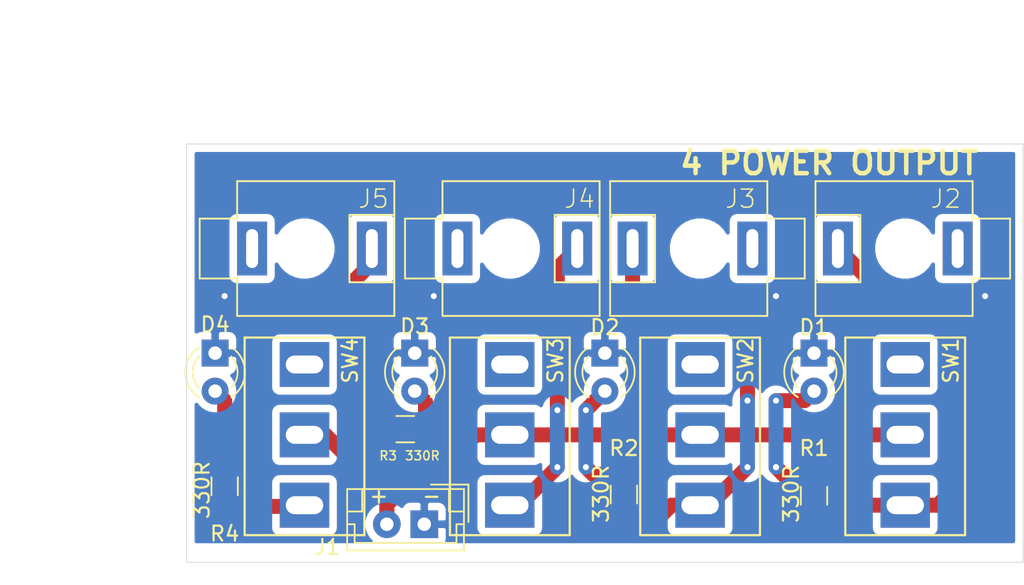
<source format=kicad_pcb>
(kicad_pcb (version 20171130) (host pcbnew "(5.1.9)-1")

  (general
    (thickness 1.6)
    (drawings 16)
    (tracks 86)
    (zones 0)
    (modules 17)
    (nets 19)
  )

  (page A4)
  (layers
    (0 F.Cu signal hide)
    (31 B.Cu signal hide)
    (32 B.Adhes user)
    (33 F.Adhes user)
    (34 B.Paste user)
    (35 F.Paste user)
    (36 B.SilkS user hide)
    (37 F.SilkS user)
    (38 B.Mask user)
    (39 F.Mask user)
    (40 Dwgs.User user)
    (41 Cmts.User user)
    (42 Eco1.User user)
    (43 Eco2.User user)
    (44 Edge.Cuts user)
    (45 Margin user)
    (46 B.CrtYd user)
    (47 F.CrtYd user)
    (48 B.Fab user)
    (49 F.Fab user hide)
  )

  (setup
    (last_trace_width 1)
    (user_trace_width 0.6)
    (user_trace_width 1)
    (trace_clearance 0.2)
    (zone_clearance 0.508)
    (zone_45_only no)
    (trace_min 0.2)
    (via_size 0.8)
    (via_drill 0.4)
    (via_min_size 0.4)
    (via_min_drill 0.3)
    (uvia_size 0.3)
    (uvia_drill 0.1)
    (uvias_allowed no)
    (uvia_min_size 0.2)
    (uvia_min_drill 0.1)
    (edge_width 0.05)
    (segment_width 0.2)
    (pcb_text_width 0.3)
    (pcb_text_size 1.5 1.5)
    (mod_edge_width 0.12)
    (mod_text_size 1 1)
    (mod_text_width 0.15)
    (pad_size 1.524 1.524)
    (pad_drill 0.762)
    (pad_to_mask_clearance 0)
    (aux_axis_origin 0 0)
    (visible_elements 7FFFFFFF)
    (pcbplotparams
      (layerselection 0x010fc_ffffffff)
      (usegerberextensions false)
      (usegerberattributes true)
      (usegerberadvancedattributes true)
      (creategerberjobfile true)
      (excludeedgelayer true)
      (linewidth 0.100000)
      (plotframeref false)
      (viasonmask false)
      (mode 1)
      (useauxorigin false)
      (hpglpennumber 1)
      (hpglpenspeed 20)
      (hpglpendiameter 15.000000)
      (psnegative false)
      (psa4output false)
      (plotreference true)
      (plotvalue true)
      (plotinvisibletext false)
      (padsonsilk false)
      (subtractmaskfromsilk false)
      (outputformat 1)
      (mirror false)
      (drillshape 0)
      (scaleselection 1)
      (outputdirectory "Four Power Outlet"))
  )

  (net 0 "")
  (net 1 GND)
  (net 2 "Net-(D1-Pad2)")
  (net 3 "Net-(D2-Pad2)")
  (net 4 "Net-(D3-Pad2)")
  (net 5 "Net-(D4-Pad2)")
  (net 6 +5V)
  (net 7 "Net-(J2-Pad2)")
  (net 8 "Net-(J2-Pad1)")
  (net 9 "Net-(J3-Pad2)")
  (net 10 "Net-(J3-Pad1)")
  (net 11 "Net-(J4-Pad2)")
  (net 12 "Net-(J4-Pad1)")
  (net 13 "Net-(J5-Pad2)")
  (net 14 "Net-(J5-Pad1)")
  (net 15 "Net-(SW1-Pad3)")
  (net 16 "Net-(SW2-Pad3)")
  (net 17 "Net-(SW3-Pad3)")
  (net 18 "Net-(SW4-Pad3)")

  (net_class Default "This is the default net class."
    (clearance 0.2)
    (trace_width 0.25)
    (via_dia 0.8)
    (via_drill 0.4)
    (uvia_dia 0.3)
    (uvia_drill 0.1)
    (add_net +5V)
    (add_net GND)
    (add_net "Net-(D1-Pad2)")
    (add_net "Net-(D2-Pad2)")
    (add_net "Net-(D3-Pad2)")
    (add_net "Net-(D4-Pad2)")
    (add_net "Net-(J2-Pad1)")
    (add_net "Net-(J2-Pad2)")
    (add_net "Net-(J3-Pad1)")
    (add_net "Net-(J3-Pad2)")
    (add_net "Net-(J4-Pad1)")
    (add_net "Net-(J4-Pad2)")
    (add_net "Net-(J5-Pad1)")
    (add_net "Net-(J5-Pad2)")
    (add_net "Net-(SW1-Pad3)")
    (add_net "Net-(SW2-Pad3)")
    (add_net "Net-(SW3-Pad3)")
    (add_net "Net-(SW4-Pad3)")
  )

  (module Connectors_JST:JST_EH_B02B-EH-A_02x2.50mm_Straight (layer F.Cu) (tedit 58A3B0B5) (tstamp 60381304)
    (at 92.075 125.73 180)
    (descr "JST EH series connector, B02B-EH-A, 2.50mm pitch, top entry")
    (tags "connector jst eh top vertical straight")
    (path /60380F26)
    (fp_text reference J1 (at 6.477 -1.524) (layer F.SilkS)
      (effects (font (size 1 1) (thickness 0.15)))
    )
    (fp_text value Conn_01x02 (at 1.25 3.5) (layer F.Fab)
      (effects (font (size 1 1) (thickness 0.15)))
    )
    (fp_line (start 5.65 -2.25) (end -3.15 -2.25) (layer F.CrtYd) (width 0.05))
    (fp_line (start 5.65 2.85) (end 5.65 -2.25) (layer F.CrtYd) (width 0.05))
    (fp_line (start -3.15 2.85) (end 5.65 2.85) (layer F.CrtYd) (width 0.05))
    (fp_line (start -3.15 -2.25) (end -3.15 2.85) (layer F.CrtYd) (width 0.05))
    (fp_line (start -2.95 2.65) (end -0.45 2.65) (layer F.Fab) (width 0.1))
    (fp_line (start -2.95 0.15) (end -2.95 2.65) (layer F.Fab) (width 0.1))
    (fp_line (start -2.95 2.65) (end -0.45 2.65) (layer F.SilkS) (width 0.12))
    (fp_line (start -2.95 0.15) (end -2.95 2.65) (layer F.SilkS) (width 0.12))
    (fp_line (start 4.15 0.85) (end 4.15 2.35) (layer F.SilkS) (width 0.12))
    (fp_line (start 5.15 0.85) (end 4.15 0.85) (layer F.SilkS) (width 0.12))
    (fp_line (start -1.65 0.85) (end -1.65 2.35) (layer F.SilkS) (width 0.12))
    (fp_line (start -2.65 0.85) (end -1.65 0.85) (layer F.SilkS) (width 0.12))
    (fp_line (start 4.65 0) (end 5.15 0) (layer F.SilkS) (width 0.12))
    (fp_line (start 4.65 -1.25) (end 4.65 0) (layer F.SilkS) (width 0.12))
    (fp_line (start -2.15 -1.25) (end 4.65 -1.25) (layer F.SilkS) (width 0.12))
    (fp_line (start -2.15 0) (end -2.15 -1.25) (layer F.SilkS) (width 0.12))
    (fp_line (start -2.65 0) (end -2.15 0) (layer F.SilkS) (width 0.12))
    (fp_line (start 5.15 -1.75) (end -2.65 -1.75) (layer F.SilkS) (width 0.12))
    (fp_line (start 5.15 2.35) (end 5.15 -1.75) (layer F.SilkS) (width 0.12))
    (fp_line (start -2.65 2.35) (end 5.15 2.35) (layer F.SilkS) (width 0.12))
    (fp_line (start -2.65 -1.75) (end -2.65 2.35) (layer F.SilkS) (width 0.12))
    (fp_line (start 5 -1.6) (end -2.5 -1.6) (layer F.Fab) (width 0.1))
    (fp_line (start 5 2.2) (end 5 -1.6) (layer F.Fab) (width 0.1))
    (fp_line (start -2.5 2.2) (end 5 2.2) (layer F.Fab) (width 0.1))
    (fp_line (start -2.5 -1.6) (end -2.5 2.2) (layer F.Fab) (width 0.1))
    (fp_text user %R (at 1.25 -3) (layer F.Fab)
      (effects (font (size 1 1) (thickness 0.15)))
    )
    (pad 1 thru_hole rect (at 0 0 180) (size 1.85 1.85) (drill 0.9) (layers *.Cu *.Mask)
      (net 1 GND))
    (pad 2 thru_hole circle (at 2.5 0 180) (size 1.85 1.85) (drill 0.9) (layers *.Cu *.Mask)
      (net 6 +5V))
    (model Connectors_JST.3dshapes/JST_EH_B02B-EH-A_02x2.50mm_Straight.wrl
      (at (xyz 0 0 0))
      (scale (xyz 1 1 1))
      (rotate (xyz 0 0 0))
    )
  )

  (module "Custom_Components:SPDT Through Hole Switch" (layer F.Cu) (tedit 603EC60A) (tstamp 603ED73A)
    (at 84.075 124.46 180)
    (path /603858A5)
    (fp_text reference SW4 (at -3.047 9.652 90) (layer F.SilkS)
      (effects (font (size 1 1) (thickness 0.15)))
    )
    (fp_text value SW_SPDT (at 0 -3) (layer F.Fab)
      (effects (font (size 1 1) (thickness 0.15)))
    )
    (fp_line (start 4 -2) (end -4 -2) (layer F.SilkS) (width 0.15))
    (fp_line (start -4 -2) (end -4 11.2) (layer F.SilkS) (width 0.15))
    (fp_line (start -4 11.2) (end 4 11.2) (layer F.SilkS) (width 0.15))
    (fp_line (start 4 11.2) (end 4 -2) (layer F.SilkS) (width 0.15))
    (pad 3 thru_hole rect (at 0 9.4 180) (size 3.3 3) (drill oval 2.5 1.2) (layers *.Cu *.Mask)
      (net 18 "Net-(SW4-Pad3)"))
    (pad 2 thru_hole rect (at 0 4.7 180) (size 3.3 3) (drill oval 2.5 1.2) (layers *.Cu *.Mask)
      (net 6 +5V))
    (pad 1 thru_hole rect (at 0 0 180) (size 3.3 3) (drill oval 2.5 1.2) (layers *.Cu *.Mask)
      (net 14 "Net-(J5-Pad1)"))
  )

  (module Resistors_SMD:R_0805_HandSoldering (layer F.Cu) (tedit 58E0A804) (tstamp 60382B2B)
    (at 118.11 123.825 90)
    (descr "Resistor SMD 0805, hand soldering")
    (tags "resistor 0805")
    (path /60385B24)
    (attr smd)
    (fp_text reference R1 (at 3.175 0 180) (layer F.SilkS)
      (effects (font (size 1 1) (thickness 0.15)))
    )
    (fp_text value 330R (at 0.127 -1.524 90) (layer F.SilkS)
      (effects (font (size 1 1) (thickness 0.15)))
    )
    (fp_line (start 2.35 0.9) (end -2.35 0.9) (layer F.CrtYd) (width 0.05))
    (fp_line (start 2.35 0.9) (end 2.35 -0.9) (layer F.CrtYd) (width 0.05))
    (fp_line (start -2.35 -0.9) (end -2.35 0.9) (layer F.CrtYd) (width 0.05))
    (fp_line (start -2.35 -0.9) (end 2.35 -0.9) (layer F.CrtYd) (width 0.05))
    (fp_line (start -0.6 -0.88) (end 0.6 -0.88) (layer F.SilkS) (width 0.12))
    (fp_line (start 0.6 0.88) (end -0.6 0.88) (layer F.SilkS) (width 0.12))
    (fp_line (start -1 -0.62) (end 1 -0.62) (layer F.Fab) (width 0.1))
    (fp_line (start 1 -0.62) (end 1 0.62) (layer F.Fab) (width 0.1))
    (fp_line (start 1 0.62) (end -1 0.62) (layer F.Fab) (width 0.1))
    (fp_line (start -1 0.62) (end -1 -0.62) (layer F.Fab) (width 0.1))
    (fp_text user %R (at 0 0 90) (layer F.Fab)
      (effects (font (size 0.5 0.5) (thickness 0.075)))
    )
    (pad 1 smd rect (at -1.35 0 90) (size 1.5 1.3) (layers F.Cu F.Paste F.Mask)
      (net 8 "Net-(J2-Pad1)"))
    (pad 2 smd rect (at 1.35 0 90) (size 1.5 1.3) (layers F.Cu F.Paste F.Mask)
      (net 2 "Net-(D1-Pad2)"))
    (model ${KISYS3DMOD}/Resistors_SMD.3dshapes/R_0805.wrl
      (at (xyz 0 0 0))
      (scale (xyz 1 1 1))
      (rotate (xyz 0 0 0))
    )
  )

  (module "Custom_Components:SPDT Through Hole Switch" (layer F.Cu) (tedit 603EC60A) (tstamp 60381375)
    (at 97.79 124.46 180)
    (path /603852DD)
    (fp_text reference SW3 (at -3.048 9.652 90) (layer F.SilkS)
      (effects (font (size 1 1) (thickness 0.15)))
    )
    (fp_text value SW_SPDT (at 0 -3) (layer F.Fab)
      (effects (font (size 1 1) (thickness 0.15)))
    )
    (fp_line (start 4 -2) (end -4 -2) (layer F.SilkS) (width 0.15))
    (fp_line (start -4 -2) (end -4 11.2) (layer F.SilkS) (width 0.15))
    (fp_line (start -4 11.2) (end 4 11.2) (layer F.SilkS) (width 0.15))
    (fp_line (start 4 11.2) (end 4 -2) (layer F.SilkS) (width 0.15))
    (pad 3 thru_hole rect (at 0 9.4 180) (size 3.3 3) (drill oval 2.5 1.2) (layers *.Cu *.Mask)
      (net 17 "Net-(SW3-Pad3)"))
    (pad 2 thru_hole rect (at 0 4.7 180) (size 3.3 3) (drill oval 2.5 1.2) (layers *.Cu *.Mask)
      (net 6 +5V))
    (pad 1 thru_hole rect (at 0 0 180) (size 3.3 3) (drill oval 2.5 1.2) (layers *.Cu *.Mask)
      (net 12 "Net-(J4-Pad1)"))
  )

  (module "Custom_Components:SPDT Through Hole Switch" (layer F.Cu) (tedit 603EC60A) (tstamp 60381372)
    (at 110.5 124.46 180)
    (path /60384D61)
    (fp_text reference SW2 (at -3.038 9.652 90) (layer F.SilkS)
      (effects (font (size 1 1) (thickness 0.15)))
    )
    (fp_text value SW_SPDT (at 0 -3) (layer F.Fab)
      (effects (font (size 1 1) (thickness 0.15)))
    )
    (fp_line (start 4 -2) (end -4 -2) (layer F.SilkS) (width 0.15))
    (fp_line (start -4 -2) (end -4 11.2) (layer F.SilkS) (width 0.15))
    (fp_line (start -4 11.2) (end 4 11.2) (layer F.SilkS) (width 0.15))
    (fp_line (start 4 11.2) (end 4 -2) (layer F.SilkS) (width 0.15))
    (pad 3 thru_hole rect (at 0 9.4 180) (size 3.3 3) (drill oval 2.5 1.2) (layers *.Cu *.Mask)
      (net 16 "Net-(SW2-Pad3)"))
    (pad 2 thru_hole rect (at 0 4.7 180) (size 3.3 3) (drill oval 2.5 1.2) (layers *.Cu *.Mask)
      (net 6 +5V))
    (pad 1 thru_hole rect (at 0 0 180) (size 3.3 3) (drill oval 2.5 1.2) (layers *.Cu *.Mask)
      (net 10 "Net-(J3-Pad1)"))
  )

  (module "Custom_Components:SPDT Through Hole Switch" (layer F.Cu) (tedit 603EC60A) (tstamp 6038136F)
    (at 124.2 124.46 180)
    (path /60382947)
    (fp_text reference SW1 (at -3.054 9.652 90) (layer F.SilkS)
      (effects (font (size 1 1) (thickness 0.15)))
    )
    (fp_text value SW_SPDT (at 0 -3) (layer F.Fab)
      (effects (font (size 1 1) (thickness 0.15)))
    )
    (fp_line (start 4 -2) (end -4 -2) (layer F.SilkS) (width 0.15))
    (fp_line (start -4 -2) (end -4 11.2) (layer F.SilkS) (width 0.15))
    (fp_line (start -4 11.2) (end 4 11.2) (layer F.SilkS) (width 0.15))
    (fp_line (start 4 11.2) (end 4 -2) (layer F.SilkS) (width 0.15))
    (pad 3 thru_hole rect (at 0 9.4 180) (size 3.3 3) (drill oval 2.5 1.2) (layers *.Cu *.Mask)
      (net 15 "Net-(SW1-Pad3)"))
    (pad 2 thru_hole rect (at 0 4.7 180) (size 3.3 3) (drill oval 2.5 1.2) (layers *.Cu *.Mask)
      (net 6 +5V))
    (pad 1 thru_hole rect (at 0 0 180) (size 3.3 3) (drill oval 2.5 1.2) (layers *.Cu *.Mask)
      (net 8 "Net-(J2-Pad1)"))
  )

  (module Resistors_SMD:R_0805_HandSoldering (layer F.Cu) (tedit 58E0A804) (tstamp 6038136C)
    (at 78.74 123.19 90)
    (descr "Resistor SMD 0805, hand soldering")
    (tags "resistor 0805")
    (path /6039BCEA)
    (attr smd)
    (fp_text reference R4 (at -3.175 0 180) (layer F.SilkS)
      (effects (font (size 1 1) (thickness 0.15)))
    )
    (fp_text value 330R (at -0.254 -1.524 270) (layer F.SilkS)
      (effects (font (size 1 1) (thickness 0.15)))
    )
    (fp_line (start 2.35 0.9) (end -2.35 0.9) (layer F.CrtYd) (width 0.05))
    (fp_line (start 2.35 0.9) (end 2.35 -0.9) (layer F.CrtYd) (width 0.05))
    (fp_line (start -2.35 -0.9) (end -2.35 0.9) (layer F.CrtYd) (width 0.05))
    (fp_line (start -2.35 -0.9) (end 2.35 -0.9) (layer F.CrtYd) (width 0.05))
    (fp_line (start -0.6 -0.88) (end 0.6 -0.88) (layer F.SilkS) (width 0.12))
    (fp_line (start 0.6 0.88) (end -0.6 0.88) (layer F.SilkS) (width 0.12))
    (fp_line (start -1 -0.62) (end 1 -0.62) (layer F.Fab) (width 0.1))
    (fp_line (start 1 -0.62) (end 1 0.62) (layer F.Fab) (width 0.1))
    (fp_line (start 1 0.62) (end -1 0.62) (layer F.Fab) (width 0.1))
    (fp_line (start -1 0.62) (end -1 -0.62) (layer F.Fab) (width 0.1))
    (fp_text user %R (at 0 0 90) (layer F.Fab)
      (effects (font (size 0.5 0.5) (thickness 0.075)))
    )
    (pad 1 smd rect (at -1.35 0 90) (size 1.5 1.3) (layers F.Cu F.Paste F.Mask)
      (net 14 "Net-(J5-Pad1)"))
    (pad 2 smd rect (at 1.35 0 90) (size 1.5 1.3) (layers F.Cu F.Paste F.Mask)
      (net 5 "Net-(D4-Pad2)"))
    (model ${KISYS3DMOD}/Resistors_SMD.3dshapes/R_0805.wrl
      (at (xyz 0 0 0))
      (scale (xyz 1 1 1))
      (rotate (xyz 0 0 0))
    )
  )

  (module Resistors_SMD:R_0805_HandSoldering (layer F.Cu) (tedit 58E0A804) (tstamp 6038210F)
    (at 90.805 119.38)
    (descr "Resistor SMD 0805, hand soldering")
    (tags "resistor 0805")
    (path /60398E35)
    (attr smd)
    (fp_text reference R3 (at -1.143 1.778) (layer F.SilkS)
      (effects (font (size 0.6 0.6) (thickness 0.1)))
    )
    (fp_text value 330R (at 1.143 1.778) (layer F.SilkS)
      (effects (font (size 0.6 0.6) (thickness 0.1)))
    )
    (fp_line (start 2.35 0.9) (end -2.35 0.9) (layer F.CrtYd) (width 0.05))
    (fp_line (start 2.35 0.9) (end 2.35 -0.9) (layer F.CrtYd) (width 0.05))
    (fp_line (start -2.35 -0.9) (end -2.35 0.9) (layer F.CrtYd) (width 0.05))
    (fp_line (start -2.35 -0.9) (end 2.35 -0.9) (layer F.CrtYd) (width 0.05))
    (fp_line (start -0.6 -0.88) (end 0.6 -0.88) (layer F.SilkS) (width 0.12))
    (fp_line (start 0.6 0.88) (end -0.6 0.88) (layer F.SilkS) (width 0.12))
    (fp_line (start -1 -0.62) (end 1 -0.62) (layer F.Fab) (width 0.1))
    (fp_line (start 1 -0.62) (end 1 0.62) (layer F.Fab) (width 0.1))
    (fp_line (start 1 0.62) (end -1 0.62) (layer F.Fab) (width 0.1))
    (fp_line (start -1 0.62) (end -1 -0.62) (layer F.Fab) (width 0.1))
    (fp_text user %R (at 0 0) (layer F.Fab)
      (effects (font (size 0.5 0.5) (thickness 0.075)))
    )
    (pad 1 smd rect (at -1.35 0) (size 1.5 1.3) (layers F.Cu F.Paste F.Mask)
      (net 12 "Net-(J4-Pad1)"))
    (pad 2 smd rect (at 1.35 0) (size 1.5 1.3) (layers F.Cu F.Paste F.Mask)
      (net 4 "Net-(D3-Pad2)"))
    (model ${KISYS3DMOD}/Resistors_SMD.3dshapes/R_0805.wrl
      (at (xyz 0 0 0))
      (scale (xyz 1 1 1))
      (rotate (xyz 0 0 0))
    )
  )

  (module Resistors_SMD:R_0805_HandSoldering (layer F.Cu) (tedit 58E0A804) (tstamp 60381366)
    (at 105.41 123.745 90)
    (descr "Resistor SMD 0805, hand soldering")
    (tags "resistor 0805")
    (path /60395430)
    (attr smd)
    (fp_text reference R2 (at 3.095 0 180) (layer F.SilkS)
      (effects (font (size 1 1) (thickness 0.15)))
    )
    (fp_text value 330R (at 0.047 -1.524 270) (layer F.SilkS)
      (effects (font (size 1 1) (thickness 0.15)))
    )
    (fp_line (start 2.35 0.9) (end -2.35 0.9) (layer F.CrtYd) (width 0.05))
    (fp_line (start 2.35 0.9) (end 2.35 -0.9) (layer F.CrtYd) (width 0.05))
    (fp_line (start -2.35 -0.9) (end -2.35 0.9) (layer F.CrtYd) (width 0.05))
    (fp_line (start -2.35 -0.9) (end 2.35 -0.9) (layer F.CrtYd) (width 0.05))
    (fp_line (start -0.6 -0.88) (end 0.6 -0.88) (layer F.SilkS) (width 0.12))
    (fp_line (start 0.6 0.88) (end -0.6 0.88) (layer F.SilkS) (width 0.12))
    (fp_line (start -1 -0.62) (end 1 -0.62) (layer F.Fab) (width 0.1))
    (fp_line (start 1 -0.62) (end 1 0.62) (layer F.Fab) (width 0.1))
    (fp_line (start 1 0.62) (end -1 0.62) (layer F.Fab) (width 0.1))
    (fp_line (start -1 0.62) (end -1 -0.62) (layer F.Fab) (width 0.1))
    (fp_text user %R (at 0 0 90) (layer F.Fab)
      (effects (font (size 0.5 0.5) (thickness 0.075)))
    )
    (pad 1 smd rect (at -1.35 0 90) (size 1.5 1.3) (layers F.Cu F.Paste F.Mask)
      (net 10 "Net-(J3-Pad1)"))
    (pad 2 smd rect (at 1.35 0 90) (size 1.5 1.3) (layers F.Cu F.Paste F.Mask)
      (net 3 "Net-(D2-Pad2)"))
    (model ${KISYS3DMOD}/Resistors_SMD.3dshapes/R_0805.wrl
      (at (xyz 0 0 0))
      (scale (xyz 1 1 1))
      (rotate (xyz 0 0 0))
    )
  )

  (module Custom_Components:WQP-PJ301M-12_JACK-UPDATE (layer F.Cu) (tedit 603EA412) (tstamp 603836AE)
    (at 84.074 107.315 270)
    (path /6039BD04)
    (fp_text reference J5 (at -2.6162 -3.5052) (layer F.SilkS)
      (effects (font (size 1.2065 1.2065) (thickness 0.1016)) (justify left bottom))
    )
    (fp_text value Conn_01x03 (at -1.651 -2.794 90) (layer F.SilkS) hide
      (effects (font (size 1.27 1.27) (thickness 0.15)))
    )
    (fp_line (start 2 7) (end -2 7) (layer F.SilkS) (width 0.127))
    (fp_line (start 2 7) (end 2 4.5) (layer F.SilkS) (width 0.127))
    (fp_line (start -2 6.7) (end -2 7) (layer F.SilkS) (width 0.127))
    (fp_line (start -2 4.5) (end -2 6.672) (layer F.SilkS) (width 0.127))
    (fp_line (start 2.25 -3) (end 2.25 -6) (layer F.SilkS) (width 0.127))
    (fp_line (start -2.25 -3) (end 2.25 -3) (layer F.SilkS) (width 0.127))
    (fp_line (start -2.25 -6) (end -2.25 -3) (layer F.SilkS) (width 0.127))
    (fp_line (start 4.5 4.5) (end 4.5 -6) (layer F.SilkS) (width 0.127))
    (fp_line (start 2 4.5) (end 4.5 4.5) (layer F.SilkS) (width 0.127))
    (fp_line (start -4.5 4.5) (end -2 4.5) (layer F.SilkS) (width 0.127))
    (fp_line (start -4.5 -6) (end -4.5 4.5) (layer F.SilkS) (width 0.127))
    (fp_line (start 1.5 -6) (end 4.5 -6) (layer F.SilkS) (width 0.127))
    (fp_line (start -1.5 -6) (end 1.5 -6) (layer F.SilkS) (width 0.127))
    (fp_line (start -4.5 -6) (end -1.5 -6) (layer F.SilkS) (width 0.127))
    (pad "" np_thru_hole circle (at 0 0 270) (size 3 3) (drill 3) (layers *.Cu *.Mask)
      (solder_mask_margin 0.1016))
    (pad 3 smd rect (at 0 6 270) (size 3 1.5) (layers F.Cu F.Paste F.Mask)
      (net 1 GND) (solder_mask_margin 0.1016))
    (pad 2 thru_hole rect (at 0 3.5 270) (size 3.6 2) (drill oval 2.6 0.8) (layers *.Cu *.Mask)
      (net 13 "Net-(J5-Pad2)") (solder_mask_margin 0.1016))
    (pad 1 thru_hole rect (at 0 -4.5 270) (size 3.6 2) (drill oval 2.6 0.8) (layers *.Cu *.Mask)
      (net 14 "Net-(J5-Pad1)") (solder_mask_margin 0.1016) (zone_connect 2))
  )

  (module Custom_Components:WQP-PJ301M-12_JACK-UPDATE (layer F.Cu) (tedit 603EA412) (tstamp 603835A4)
    (at 97.79 107.315 270)
    (path /60398E4F)
    (fp_text reference J4 (at -2.6162 -3.556) (layer F.SilkS)
      (effects (font (size 1.2065 1.2065) (thickness 0.1016)) (justify left bottom))
    )
    (fp_text value Conn_01x03 (at -1.651 -2.794 90) (layer F.SilkS) hide
      (effects (font (size 1.27 1.27) (thickness 0.15)))
    )
    (fp_line (start 2 7) (end -2 7) (layer F.SilkS) (width 0.127))
    (fp_line (start 2 7) (end 2 4.5) (layer F.SilkS) (width 0.127))
    (fp_line (start -2 6.7) (end -2 7) (layer F.SilkS) (width 0.127))
    (fp_line (start -2 4.5) (end -2 6.672) (layer F.SilkS) (width 0.127))
    (fp_line (start 2.25 -3) (end 2.25 -6) (layer F.SilkS) (width 0.127))
    (fp_line (start -2.25 -3) (end 2.25 -3) (layer F.SilkS) (width 0.127))
    (fp_line (start -2.25 -6) (end -2.25 -3) (layer F.SilkS) (width 0.127))
    (fp_line (start 4.5 4.5) (end 4.5 -6) (layer F.SilkS) (width 0.127))
    (fp_line (start 2 4.5) (end 4.5 4.5) (layer F.SilkS) (width 0.127))
    (fp_line (start -4.5 4.5) (end -2 4.5) (layer F.SilkS) (width 0.127))
    (fp_line (start -4.5 -6) (end -4.5 4.5) (layer F.SilkS) (width 0.127))
    (fp_line (start 1.5 -6) (end 4.5 -6) (layer F.SilkS) (width 0.127))
    (fp_line (start -1.5 -6) (end 1.5 -6) (layer F.SilkS) (width 0.127))
    (fp_line (start -4.5 -6) (end -1.5 -6) (layer F.SilkS) (width 0.127))
    (pad "" np_thru_hole circle (at 0 0 270) (size 3 3) (drill 3) (layers *.Cu *.Mask)
      (solder_mask_margin 0.1016))
    (pad 3 smd rect (at 0 6 270) (size 3 1.5) (layers F.Cu F.Paste F.Mask)
      (net 1 GND) (solder_mask_margin 0.1016))
    (pad 2 thru_hole rect (at 0 3.5 270) (size 3.6 2) (drill oval 2.6 0.8) (layers *.Cu *.Mask)
      (net 11 "Net-(J4-Pad2)") (solder_mask_margin 0.1016))
    (pad 1 thru_hole rect (at 0 -4.5 270) (size 3.6 2) (drill oval 2.6 0.8) (layers *.Cu *.Mask)
      (net 12 "Net-(J4-Pad1)") (solder_mask_margin 0.1016) (zone_connect 2))
  )

  (module Custom_Components:WQP-PJ301M-12_JACK-UPDATE (layer F.Cu) (tedit 603EA412) (tstamp 60383612)
    (at 110.49 107.315 90)
    (path /6039544A)
    (fp_text reference J3 (at 2.615 3.81) (layer F.SilkS)
      (effects (font (size 1.2065 1.2065) (thickness 0.1016)) (justify right bottom))
    )
    (fp_text value Conn_01x03 (at -1.651 -2.794 90) (layer F.SilkS) hide
      (effects (font (size 1.27 1.27) (thickness 0.15)))
    )
    (fp_line (start 2 7) (end -2 7) (layer F.SilkS) (width 0.127))
    (fp_line (start 2 7) (end 2 4.5) (layer F.SilkS) (width 0.127))
    (fp_line (start -2 6.7) (end -2 7) (layer F.SilkS) (width 0.127))
    (fp_line (start -2 4.5) (end -2 6.672) (layer F.SilkS) (width 0.127))
    (fp_line (start 2.25 -3) (end 2.25 -6) (layer F.SilkS) (width 0.127))
    (fp_line (start -2.25 -3) (end 2.25 -3) (layer F.SilkS) (width 0.127))
    (fp_line (start -2.25 -6) (end -2.25 -3) (layer F.SilkS) (width 0.127))
    (fp_line (start 4.5 4.5) (end 4.5 -6) (layer F.SilkS) (width 0.127))
    (fp_line (start 2 4.5) (end 4.5 4.5) (layer F.SilkS) (width 0.127))
    (fp_line (start -4.5 4.5) (end -2 4.5) (layer F.SilkS) (width 0.127))
    (fp_line (start -4.5 -6) (end -4.5 4.5) (layer F.SilkS) (width 0.127))
    (fp_line (start 1.5 -6) (end 4.5 -6) (layer F.SilkS) (width 0.127))
    (fp_line (start -1.5 -6) (end 1.5 -6) (layer F.SilkS) (width 0.127))
    (fp_line (start -4.5 -6) (end -1.5 -6) (layer F.SilkS) (width 0.127))
    (pad "" np_thru_hole circle (at 0 0 90) (size 3 3) (drill 3) (layers *.Cu *.Mask)
      (solder_mask_margin 0.1016))
    (pad 3 smd rect (at 0 6 90) (size 3 1.5) (layers F.Cu F.Paste F.Mask)
      (net 1 GND) (solder_mask_margin 0.1016))
    (pad 2 thru_hole rect (at 0 3.5 90) (size 3.6 2) (drill oval 2.6 0.8) (layers *.Cu *.Mask)
      (net 9 "Net-(J3-Pad2)") (solder_mask_margin 0.1016))
    (pad 1 thru_hole rect (at 0 -4.5 90) (size 3.6 2) (drill oval 2.6 0.8) (layers *.Cu *.Mask)
      (net 10 "Net-(J3-Pad1)") (solder_mask_margin 0.1016) (zone_connect 2))
  )

  (module Custom_Components:WQP-PJ301M-12_JACK-UPDATE (layer F.Cu) (tedit 603EA412) (tstamp 6038131B)
    (at 124.206 107.315 90)
    (path /6038DCE6)
    (fp_text reference J2 (at 2.615 3.81) (layer F.SilkS)
      (effects (font (size 1.2065 1.2065) (thickness 0.1016)) (justify right bottom))
    )
    (fp_text value Conn_01x03 (at 12.7 -0.381 180) (layer F.SilkS) hide
      (effects (font (size 1.27 1.27) (thickness 0.15)))
    )
    (fp_line (start 2 7) (end -2 7) (layer F.SilkS) (width 0.127))
    (fp_line (start 2 7) (end 2 4.5) (layer F.SilkS) (width 0.127))
    (fp_line (start -2 6.7) (end -2 7) (layer F.SilkS) (width 0.127))
    (fp_line (start -2 4.5) (end -2 6.672) (layer F.SilkS) (width 0.127))
    (fp_line (start 2.25 -3) (end 2.25 -6) (layer F.SilkS) (width 0.127))
    (fp_line (start -2.25 -3) (end 2.25 -3) (layer F.SilkS) (width 0.127))
    (fp_line (start -2.25 -6) (end -2.25 -3) (layer F.SilkS) (width 0.127))
    (fp_line (start 4.5 4.5) (end 4.5 -6) (layer F.SilkS) (width 0.127))
    (fp_line (start 2 4.5) (end 4.5 4.5) (layer F.SilkS) (width 0.127))
    (fp_line (start -4.5 4.5) (end -2 4.5) (layer F.SilkS) (width 0.127))
    (fp_line (start -4.5 -6) (end -4.5 4.5) (layer F.SilkS) (width 0.127))
    (fp_line (start 1.5 -6) (end 4.5 -6) (layer F.SilkS) (width 0.127))
    (fp_line (start -1.5 -6) (end 1.5 -6) (layer F.SilkS) (width 0.127))
    (fp_line (start -4.5 -6) (end -1.5 -6) (layer F.SilkS) (width 0.127))
    (pad "" np_thru_hole circle (at 0 0 90) (size 3 3) (drill 3) (layers *.Cu *.Mask)
      (solder_mask_margin 0.1016))
    (pad 3 smd rect (at 0 6 90) (size 3 1.5) (layers F.Cu F.Paste F.Mask)
      (net 1 GND) (solder_mask_margin 0.1016))
    (pad 2 thru_hole rect (at 0 3.5 90) (size 3.6 2) (drill oval 2.6 0.8) (layers *.Cu *.Mask)
      (net 7 "Net-(J2-Pad2)") (solder_mask_margin 0.1016))
    (pad 1 thru_hole rect (at 0 -4.5 90) (size 3.6 2) (drill oval 2.6 0.8) (layers *.Cu *.Mask)
      (net 8 "Net-(J2-Pad1)") (solder_mask_margin 0.1016) (zone_connect 2))
  )

  (module LEDs:LED_D3.0mm (layer F.Cu) (tedit 587A3A7B) (tstamp 603ED6F7)
    (at 78.105 114.3 270)
    (descr "LED, diameter 3.0mm, 2 pins")
    (tags "LED diameter 3.0mm 2 pins")
    (path /6039BCF0)
    (fp_text reference D4 (at -1.905 0 180) (layer F.SilkS)
      (effects (font (size 1 1) (thickness 0.15)))
    )
    (fp_text value LED (at 1.27 2.96 90) (layer F.Fab)
      (effects (font (size 1 1) (thickness 0.15)))
    )
    (fp_line (start 3.7 -2.25) (end -1.15 -2.25) (layer F.CrtYd) (width 0.05))
    (fp_line (start 3.7 2.25) (end 3.7 -2.25) (layer F.CrtYd) (width 0.05))
    (fp_line (start -1.15 2.25) (end 3.7 2.25) (layer F.CrtYd) (width 0.05))
    (fp_line (start -1.15 -2.25) (end -1.15 2.25) (layer F.CrtYd) (width 0.05))
    (fp_line (start -0.29 1.08) (end -0.29 1.236) (layer F.SilkS) (width 0.12))
    (fp_line (start -0.29 -1.236) (end -0.29 -1.08) (layer F.SilkS) (width 0.12))
    (fp_line (start -0.23 -1.16619) (end -0.23 1.16619) (layer F.Fab) (width 0.1))
    (fp_circle (center 1.27 0) (end 2.77 0) (layer F.Fab) (width 0.1))
    (fp_arc (start 1.27 0) (end -0.23 -1.16619) (angle 284.3) (layer F.Fab) (width 0.1))
    (fp_arc (start 1.27 0) (end -0.29 -1.235516) (angle 108.8) (layer F.SilkS) (width 0.12))
    (fp_arc (start 1.27 0) (end -0.29 1.235516) (angle -108.8) (layer F.SilkS) (width 0.12))
    (fp_arc (start 1.27 0) (end 0.229039 -1.08) (angle 87.9) (layer F.SilkS) (width 0.12))
    (fp_arc (start 1.27 0) (end 0.229039 1.08) (angle -87.9) (layer F.SilkS) (width 0.12))
    (pad 1 thru_hole rect (at 0 0 270) (size 1.8 1.8) (drill 0.9) (layers *.Cu *.Mask)
      (net 1 GND))
    (pad 2 thru_hole circle (at 2.54 0 270) (size 1.8 1.8) (drill 0.9) (layers *.Cu *.Mask)
      (net 5 "Net-(D4-Pad2)"))
    (model ${KISYS3DMOD}/LEDs.3dshapes/LED_D3.0mm.wrl
      (at (xyz 0 0 0))
      (scale (xyz 0.393701 0.393701 0.393701))
      (rotate (xyz 0 0 0))
    )
  )

  (module LEDs:LED_D3.0mm (layer F.Cu) (tedit 587A3A7B) (tstamp 603ED69C)
    (at 91.44 114.3 270)
    (descr "LED, diameter 3.0mm, 2 pins")
    (tags "LED diameter 3.0mm 2 pins")
    (path /60398E3B)
    (fp_text reference D3 (at -1.778 0 180) (layer F.SilkS)
      (effects (font (size 1 1) (thickness 0.15)))
    )
    (fp_text value LED (at 1.27 2.96 90) (layer F.Fab)
      (effects (font (size 1 1) (thickness 0.15)))
    )
    (fp_line (start 3.7 -2.25) (end -1.15 -2.25) (layer F.CrtYd) (width 0.05))
    (fp_line (start 3.7 2.25) (end 3.7 -2.25) (layer F.CrtYd) (width 0.05))
    (fp_line (start -1.15 2.25) (end 3.7 2.25) (layer F.CrtYd) (width 0.05))
    (fp_line (start -1.15 -2.25) (end -1.15 2.25) (layer F.CrtYd) (width 0.05))
    (fp_line (start -0.29 1.08) (end -0.29 1.236) (layer F.SilkS) (width 0.12))
    (fp_line (start -0.29 -1.236) (end -0.29 -1.08) (layer F.SilkS) (width 0.12))
    (fp_line (start -0.23 -1.16619) (end -0.23 1.16619) (layer F.Fab) (width 0.1))
    (fp_circle (center 1.27 0) (end 2.77 0) (layer F.Fab) (width 0.1))
    (fp_arc (start 1.27 0) (end -0.23 -1.16619) (angle 284.3) (layer F.Fab) (width 0.1))
    (fp_arc (start 1.27 0) (end -0.29 -1.235516) (angle 108.8) (layer F.SilkS) (width 0.12))
    (fp_arc (start 1.27 0) (end -0.29 1.235516) (angle -108.8) (layer F.SilkS) (width 0.12))
    (fp_arc (start 1.27 0) (end 0.229039 -1.08) (angle 87.9) (layer F.SilkS) (width 0.12))
    (fp_arc (start 1.27 0) (end 0.229039 1.08) (angle -87.9) (layer F.SilkS) (width 0.12))
    (pad 1 thru_hole rect (at 0 0 270) (size 1.8 1.8) (drill 0.9) (layers *.Cu *.Mask)
      (net 1 GND))
    (pad 2 thru_hole circle (at 2.54 0 270) (size 1.8 1.8) (drill 0.9) (layers *.Cu *.Mask)
      (net 4 "Net-(D3-Pad2)"))
    (model ${KISYS3DMOD}/LEDs.3dshapes/LED_D3.0mm.wrl
      (at (xyz 0 0 0))
      (scale (xyz 0.393701 0.393701 0.393701))
      (rotate (xyz 0 0 0))
    )
  )

  (module LEDs:LED_D3.0mm (layer F.Cu) (tedit 587A3A7B) (tstamp 603812FB)
    (at 104.14 114.3 270)
    (descr "LED, diameter 3.0mm, 2 pins")
    (tags "LED diameter 3.0mm 2 pins")
    (path /60395436)
    (fp_text reference D2 (at -1.7272 0 180) (layer F.SilkS)
      (effects (font (size 1 1) (thickness 0.15)))
    )
    (fp_text value LED (at 1.27 2.96 90) (layer F.Fab)
      (effects (font (size 1 1) (thickness 0.15)))
    )
    (fp_line (start 3.7 -2.25) (end -1.15 -2.25) (layer F.CrtYd) (width 0.05))
    (fp_line (start 3.7 2.25) (end 3.7 -2.25) (layer F.CrtYd) (width 0.05))
    (fp_line (start -1.15 2.25) (end 3.7 2.25) (layer F.CrtYd) (width 0.05))
    (fp_line (start -1.15 -2.25) (end -1.15 2.25) (layer F.CrtYd) (width 0.05))
    (fp_line (start -0.29 1.08) (end -0.29 1.236) (layer F.SilkS) (width 0.12))
    (fp_line (start -0.29 -1.236) (end -0.29 -1.08) (layer F.SilkS) (width 0.12))
    (fp_line (start -0.23 -1.16619) (end -0.23 1.16619) (layer F.Fab) (width 0.1))
    (fp_circle (center 1.27 0) (end 2.77 0) (layer F.Fab) (width 0.1))
    (fp_arc (start 1.27 0) (end -0.23 -1.16619) (angle 284.3) (layer F.Fab) (width 0.1))
    (fp_arc (start 1.27 0) (end -0.29 -1.235516) (angle 108.8) (layer F.SilkS) (width 0.12))
    (fp_arc (start 1.27 0) (end -0.29 1.235516) (angle -108.8) (layer F.SilkS) (width 0.12))
    (fp_arc (start 1.27 0) (end 0.229039 -1.08) (angle 87.9) (layer F.SilkS) (width 0.12))
    (fp_arc (start 1.27 0) (end 0.229039 1.08) (angle -87.9) (layer F.SilkS) (width 0.12))
    (pad 1 thru_hole rect (at 0 0 270) (size 1.8 1.8) (drill 0.9) (layers *.Cu *.Mask)
      (net 1 GND))
    (pad 2 thru_hole circle (at 2.54 0 270) (size 1.8 1.8) (drill 0.9) (layers *.Cu *.Mask)
      (net 3 "Net-(D2-Pad2)"))
    (model ${KISYS3DMOD}/LEDs.3dshapes/LED_D3.0mm.wrl
      (at (xyz 0 0 0))
      (scale (xyz 0.393701 0.393701 0.393701))
      (rotate (xyz 0 0 0))
    )
  )

  (module LEDs:LED_D3.0mm (layer F.Cu) (tedit 587A3A7B) (tstamp 603812F8)
    (at 118.11 114.3 270)
    (descr "LED, diameter 3.0mm, 2 pins")
    (tags "LED diameter 3.0mm 2 pins")
    (path /60387B23)
    (fp_text reference D1 (at -1.7272 0 180) (layer F.SilkS)
      (effects (font (size 1 1) (thickness 0.15)))
    )
    (fp_text value LED (at 1.27 2.96 90) (layer F.Fab)
      (effects (font (size 1 1) (thickness 0.15)))
    )
    (fp_line (start 3.7 -2.25) (end -1.15 -2.25) (layer F.CrtYd) (width 0.05))
    (fp_line (start 3.7 2.25) (end 3.7 -2.25) (layer F.CrtYd) (width 0.05))
    (fp_line (start -1.15 2.25) (end 3.7 2.25) (layer F.CrtYd) (width 0.05))
    (fp_line (start -1.15 -2.25) (end -1.15 2.25) (layer F.CrtYd) (width 0.05))
    (fp_line (start -0.29 1.08) (end -0.29 1.236) (layer F.SilkS) (width 0.12))
    (fp_line (start -0.29 -1.236) (end -0.29 -1.08) (layer F.SilkS) (width 0.12))
    (fp_line (start -0.23 -1.16619) (end -0.23 1.16619) (layer F.Fab) (width 0.1))
    (fp_circle (center 1.27 0) (end 2.77 0) (layer F.Fab) (width 0.1))
    (fp_arc (start 1.27 0) (end -0.23 -1.16619) (angle 284.3) (layer F.Fab) (width 0.1))
    (fp_arc (start 1.27 0) (end -0.29 -1.235516) (angle 108.8) (layer F.SilkS) (width 0.12))
    (fp_arc (start 1.27 0) (end -0.29 1.235516) (angle -108.8) (layer F.SilkS) (width 0.12))
    (fp_arc (start 1.27 0) (end 0.229039 -1.08) (angle 87.9) (layer F.SilkS) (width 0.12))
    (fp_arc (start 1.27 0) (end 0.229039 1.08) (angle -87.9) (layer F.SilkS) (width 0.12))
    (pad 1 thru_hole rect (at 0 0 270) (size 1.8 1.8) (drill 0.9) (layers *.Cu *.Mask)
      (net 1 GND))
    (pad 2 thru_hole circle (at 2.54 0 270) (size 1.8 1.8) (drill 0.9) (layers *.Cu *.Mask)
      (net 2 "Net-(D1-Pad2)"))
    (model ${KISYS3DMOD}/LEDs.3dshapes/LED_D3.0mm.wrl
      (at (xyz 0 0 0))
      (scale (xyz 0.393701 0.393701 0.393701))
      (rotate (xyz 0 0 0))
    )
  )

  (gr_text "4 POWER OUTPUT" (at 119.126 101.6) (layer F.SilkS)
    (effects (font (size 1.5 1.5) (thickness 0.3)))
  )
  (dimension 55.88 (width 0.15) (layer Dwgs.User)
    (gr_text "55.880 mm" (at 104.14 91.41) (layer Dwgs.User)
      (effects (font (size 1 1) (thickness 0.15)))
    )
    (feature1 (pts (xy 132.08 100.33) (xy 132.08 92.123579)))
    (feature2 (pts (xy 76.2 100.33) (xy 76.2 92.123579)))
    (crossbar (pts (xy 76.2 92.71) (xy 132.08 92.71)))
    (arrow1a (pts (xy 132.08 92.71) (xy 130.953496 93.296421)))
    (arrow1b (pts (xy 132.08 92.71) (xy 130.953496 92.123579)))
    (arrow2a (pts (xy 76.2 92.71) (xy 77.326504 93.296421)))
    (arrow2b (pts (xy 76.2 92.71) (xy 77.326504 92.123579)))
  )
  (gr_line (start 124.206 107.315) (end 124.206 129.725) (layer Dwgs.User) (width 0.15))
  (gr_line (start 110.49 107.315) (end 110.49 129.275) (layer Dwgs.User) (width 0.15))
  (dimension 12.46 (width 0.15) (layer Dwgs.User)
    (gr_text "12.460 mm" (at 68.65 113.545 270) (layer Dwgs.User)
      (effects (font (size 1 1) (thickness 0.15)))
    )
    (feature1 (pts (xy 84.074 119.775) (xy 69.363579 119.775)))
    (feature2 (pts (xy 84.074 107.315) (xy 69.363579 107.315)))
    (crossbar (pts (xy 69.95 107.315) (xy 69.95 119.775)))
    (arrow1a (pts (xy 69.95 119.775) (xy 69.363579 118.648496)))
    (arrow1b (pts (xy 69.95 119.775) (xy 70.536421 118.648496)))
    (arrow2a (pts (xy 69.95 107.315) (xy 69.363579 108.441504)))
    (arrow2b (pts (xy 69.95 107.315) (xy 70.536421 108.441504)))
  )
  (gr_line (start 85.575 119.775) (end 83.275 119.775) (layer Dwgs.User) (width 0.15))
  (dimension 7.015 (width 0.15) (layer Dwgs.User)
    (gr_text "7.015 mm" (at 67.4 103.8075 90) (layer Dwgs.User)
      (effects (font (size 1 1) (thickness 0.15)))
    )
    (feature1 (pts (xy 84.074 100.3) (xy 68.113579 100.3)))
    (feature2 (pts (xy 84.074 107.315) (xy 68.113579 107.315)))
    (crossbar (pts (xy 68.7 107.315) (xy 68.7 100.3)))
    (arrow1a (pts (xy 68.7 100.3) (xy 69.286421 101.426504)))
    (arrow1b (pts (xy 68.7 100.3) (xy 68.113579 101.426504)))
    (arrow2a (pts (xy 68.7 107.315) (xy 69.286421 106.188496)))
    (arrow2b (pts (xy 68.7 107.315) (xy 68.113579 106.188496)))
  )
  (dimension 13.716 (width 0.15) (layer Dwgs.User)
    (gr_text "13.716 mm" (at 117.348 96.5) (layer Dwgs.User)
      (effects (font (size 1 1) (thickness 0.15)))
    )
    (feature1 (pts (xy 124.206 107.315) (xy 124.206 97.213579)))
    (feature2 (pts (xy 110.49 107.315) (xy 110.49 97.213579)))
    (crossbar (pts (xy 110.49 97.8) (xy 124.206 97.8)))
    (arrow1a (pts (xy 124.206 97.8) (xy 123.079496 98.386421)))
    (arrow1b (pts (xy 124.206 97.8) (xy 123.079496 97.213579)))
    (arrow2a (pts (xy 110.49 97.8) (xy 111.616504 98.386421)))
    (arrow2b (pts (xy 110.49 97.8) (xy 111.616504 97.213579)))
  )
  (dimension 12.7 (width 0.15) (layer Dwgs.User)
    (gr_text "12.700 mm" (at 104.14 96.5) (layer Dwgs.User)
      (effects (font (size 1 1) (thickness 0.15)))
    )
    (feature1 (pts (xy 110.49 107.315) (xy 110.49 97.213579)))
    (feature2 (pts (xy 97.79 107.315) (xy 97.79 97.213579)))
    (crossbar (pts (xy 97.79 97.8) (xy 110.49 97.8)))
    (arrow1a (pts (xy 110.49 97.8) (xy 109.363496 98.386421)))
    (arrow1b (pts (xy 110.49 97.8) (xy 109.363496 97.213579)))
    (arrow2a (pts (xy 97.79 97.8) (xy 98.916504 98.386421)))
    (arrow2b (pts (xy 97.79 97.8) (xy 98.916504 97.213579)))
  )
  (dimension 13.716 (width 0.15) (layer Dwgs.User)
    (gr_text "13.716 mm" (at 90.932 96.5) (layer Dwgs.User)
      (effects (font (size 1 1) (thickness 0.15)))
    )
    (feature1 (pts (xy 97.79 107.315) (xy 97.79 97.213579)))
    (feature2 (pts (xy 84.074 107.315) (xy 84.074 97.213579)))
    (crossbar (pts (xy 84.074 97.8) (xy 97.79 97.8)))
    (arrow1a (pts (xy 97.79 97.8) (xy 96.663496 98.386421)))
    (arrow1b (pts (xy 97.79 97.8) (xy 96.663496 97.213579)))
    (arrow2a (pts (xy 84.074 97.8) (xy 85.200504 98.386421)))
    (arrow2b (pts (xy 84.074 97.8) (xy 85.200504 97.213579)))
  )
  (dimension 7.874 (width 0.15) (layer Dwgs.User)
    (gr_text "7.874 mm" (at 80.137 96.5) (layer Dwgs.User)
      (effects (font (size 1 1) (thickness 0.15)))
    )
    (feature1 (pts (xy 76.2 107.315) (xy 76.2 97.213579)))
    (feature2 (pts (xy 84.074 107.315) (xy 84.074 97.213579)))
    (crossbar (pts (xy 84.074 97.8) (xy 76.2 97.8)))
    (arrow1a (pts (xy 76.2 97.8) (xy 77.326504 97.213579)))
    (arrow1b (pts (xy 76.2 97.8) (xy 77.326504 98.386421)))
    (arrow2a (pts (xy 84.074 97.8) (xy 82.947496 97.213579)))
    (arrow2b (pts (xy 84.074 97.8) (xy 82.947496 98.386421)))
  )
  (gr_line (start 132.08 128.27) (end 76.2 128.27) (layer Edge.Cuts) (width 0.05))
  (gr_line (start 76.2 100.33) (end 132.08 100.33) (layer Edge.Cuts) (width 0.05))
  (gr_text "+   -" (at 90.805 123.825) (layer F.SilkS)
    (effects (font (size 1 1) (thickness 0.15)))
  )
  (gr_line (start 132.08 128.27) (end 132.08 100.33) (layer Edge.Cuts) (width 0.05) (tstamp 603833D4))
  (gr_line (start 76.2 128.27) (end 76.2 100.33) (layer Edge.Cuts) (width 0.05) (tstamp 603833CB))

  (via (at 129.54 110.49) (size 0.8) (drill 0.4) (layers F.Cu B.Cu) (net 1))
  (segment (start 130.206 109.824) (end 129.54 110.49) (width 1) (layer F.Cu) (net 1))
  (segment (start 130.206 107.315) (end 130.206 109.824) (width 1) (layer F.Cu) (net 1))
  (via (at 115.57 110.49) (size 0.8) (drill 0.4) (layers F.Cu B.Cu) (net 1))
  (segment (start 116.49 109.57) (end 115.57 110.49) (width 1) (layer F.Cu) (net 1))
  (segment (start 116.49 107.315) (end 116.49 109.57) (width 1) (layer F.Cu) (net 1))
  (via (at 92.71 110.49) (size 0.8) (drill 0.4) (layers F.Cu B.Cu) (net 1))
  (segment (start 91.79 109.57) (end 92.71 110.49) (width 1) (layer F.Cu) (net 1))
  (segment (start 91.79 107.315) (end 91.79 109.57) (width 1) (layer F.Cu) (net 1))
  (via (at 78.74 110.49) (size 0.8) (drill 0.4) (layers F.Cu B.Cu) (net 1))
  (segment (start 78.074 109.824) (end 78.74 110.49) (width 1) (layer F.Cu) (net 1))
  (segment (start 78.074 107.315) (end 78.074 109.824) (width 1) (layer F.Cu) (net 1))
  (via (at 115.57 121.92) (size 0.8) (drill 0.4) (layers F.Cu B.Cu) (net 2))
  (via (at 115.57 117.475) (size 0.8) (drill 0.4) (layers F.Cu B.Cu) (net 2))
  (segment (start 117.475 117.475) (end 118.11 116.84) (width 1) (layer F.Cu) (net 2))
  (segment (start 115.57 117.475) (end 117.475 117.475) (width 1) (layer F.Cu) (net 2))
  (via (at 115.57 121.92) (size 0.8) (drill 0.4) (layers F.Cu B.Cu) (net 2))
  (segment (start 116.125 122.475) (end 115.57 121.92) (width 1) (layer F.Cu) (net 2))
  (segment (start 118.11 122.475) (end 116.125 122.475) (width 1) (layer F.Cu) (net 2))
  (segment (start 115.57 117.475) (end 115.57 121.92) (width 1) (layer B.Cu) (net 2))
  (via (at 102.87 121.92) (size 0.8) (drill 0.4) (layers F.Cu B.Cu) (net 3))
  (segment (start 103.345 122.395) (end 102.87 121.92) (width 1) (layer F.Cu) (net 3))
  (segment (start 105.41 122.395) (end 103.345 122.395) (width 1) (layer F.Cu) (net 3))
  (via (at 102.87 118.11) (size 0.8) (drill 0.4) (layers F.Cu B.Cu) (net 3))
  (segment (start 102.87 121.92) (end 102.87 118.11) (width 1) (layer B.Cu) (net 3))
  (segment (start 102.87 118.11) (end 104.14 116.84) (width 1) (layer F.Cu) (net 3))
  (segment (start 92.155 117.555) (end 91.44 116.84) (width 1) (layer F.Cu) (net 4))
  (segment (start 92.155 119.38) (end 92.155 117.555) (width 1) (layer F.Cu) (net 4))
  (segment (start 78.74 117.475) (end 78.105 116.84) (width 1) (layer F.Cu) (net 5))
  (segment (start 78.74 121.84) (end 78.74 117.475) (width 1) (layer F.Cu) (net 5))
  (segment (start 89.575 125.73) (end 89.575 123.865) (width 1) (layer F.Cu) (net 6))
  (segment (start 85.47 119.76) (end 84.075 119.76) (width 1) (layer F.Cu) (net 6))
  (segment (start 89.575 123.865) (end 85.47 119.76) (width 1) (layer F.Cu) (net 6))
  (segment (start 89.575 124.421853) (end 92.075 121.921853) (width 1) (layer F.Cu) (net 6))
  (segment (start 89.575 125.73) (end 89.575 124.421853) (width 1) (layer F.Cu) (net 6))
  (segment (start 92.075 121.921853) (end 93.343147 121.921853) (width 1) (layer F.Cu) (net 6))
  (segment (start 95.505 119.76) (end 97.79 119.76) (width 1) (layer F.Cu) (net 6))
  (segment (start 93.343147 121.921853) (end 95.505 119.76) (width 1) (layer F.Cu) (net 6))
  (segment (start 97.79 119.76) (end 110.5 119.76) (width 1) (layer F.Cu) (net 6))
  (segment (start 110.5 119.76) (end 124.2 119.76) (width 1) (layer F.Cu) (net 6))
  (segment (start 124.2 124.46) (end 121.285 124.46) (width 1) (layer F.Cu) (net 8))
  (segment (start 120.57 125.175) (end 118.11 125.175) (width 1) (layer F.Cu) (net 8))
  (segment (start 121.285 124.46) (end 120.57 125.175) (width 1) (layer F.Cu) (net 8))
  (segment (start 124.2 124.46) (end 126.365 124.46) (width 1) (layer F.Cu) (net 8))
  (segment (start 126.365 124.46) (end 128.27 122.555) (width 1) (layer F.Cu) (net 8))
  (segment (start 128.27 122.555) (end 128.27 114.3) (width 1) (layer F.Cu) (net 8))
  (segment (start 128.27 114.3) (end 124.46 110.49) (width 1) (layer F.Cu) (net 8))
  (segment (start 122.881 110.49) (end 119.706 107.315) (width 1) (layer F.Cu) (net 8))
  (segment (start 124.46 110.49) (end 122.881 110.49) (width 1) (layer F.Cu) (net 8))
  (segment (start 110.5 124.46) (end 108.585 124.46) (width 1) (layer F.Cu) (net 10))
  (segment (start 108.585 124.46) (end 107.95 125.095) (width 1) (layer F.Cu) (net 10))
  (segment (start 107.95 125.095) (end 105.41 125.095) (width 1) (layer F.Cu) (net 10))
  (via (at 113.665 121.92) (size 0.8) (drill 0.4) (layers F.Cu B.Cu) (net 10))
  (segment (start 111.125 124.46) (end 113.665 121.92) (width 1) (layer F.Cu) (net 10))
  (segment (start 110.5 124.46) (end 111.125 124.46) (width 1) (layer F.Cu) (net 10))
  (via (at 113.665 117.475) (size 0.8) (drill 0.4) (layers F.Cu B.Cu) (net 10))
  (segment (start 113.665 121.92) (end 113.665 117.475) (width 1) (layer B.Cu) (net 10))
  (segment (start 105.99 109.8) (end 105.99 107.315) (width 1) (layer F.Cu) (net 10))
  (segment (start 113.03 111.125) (end 107.315 111.125) (width 1) (layer F.Cu) (net 10))
  (segment (start 113.665 111.76) (end 113.03 111.125) (width 1) (layer F.Cu) (net 10))
  (segment (start 107.315 111.125) (end 105.99 109.8) (width 1) (layer F.Cu) (net 10))
  (segment (start 113.665 117.475) (end 113.665 111.76) (width 1) (layer F.Cu) (net 10))
  (via (at 100.965 121.92) (size 0.8) (drill 0.4) (layers F.Cu B.Cu) (net 12))
  (segment (start 98.425 124.46) (end 100.965 121.92) (width 1) (layer F.Cu) (net 12))
  (segment (start 97.79 124.46) (end 98.425 124.46) (width 1) (layer F.Cu) (net 12))
  (via (at 100.965 118.11) (size 0.8) (drill 0.4) (layers F.Cu B.Cu) (net 12))
  (segment (start 100.965 121.92) (end 100.965 118.11) (width 1) (layer B.Cu) (net 12))
  (segment (start 100.965 108.64) (end 102.29 107.315) (width 1) (layer F.Cu) (net 12))
  (segment (start 89.455 119.38) (end 89.455 119.3) (width 1) (layer F.Cu) (net 12))
  (segment (start 89.455 119.3) (end 88.9 118.745) (width 1) (layer F.Cu) (net 12))
  (segment (start 88.9 118.745) (end 88.9 113.03) (width 1) (layer F.Cu) (net 12))
  (segment (start 88.9 113.03) (end 89.535 112.395) (width 1) (layer F.Cu) (net 12))
  (segment (start 89.535 112.395) (end 95.25 112.395) (width 1) (layer F.Cu) (net 12))
  (segment (start 96.52 111.125) (end 100.965 111.125) (width 1) (layer F.Cu) (net 12))
  (segment (start 95.25 112.395) (end 96.52 111.125) (width 1) (layer F.Cu) (net 12))
  (segment (start 100.965 111.125) (end 100.965 108.64) (width 1) (layer F.Cu) (net 12))
  (segment (start 100.965 118.11) (end 100.965 111.125) (width 1) (layer F.Cu) (net 12))
  (segment (start 83.995 124.54) (end 84.075 124.46) (width 1) (layer F.Cu) (net 14))
  (segment (start 78.74 124.54) (end 81.2 124.54) (width 1) (layer F.Cu) (net 14))
  (segment (start 81.2 124.54) (end 83.995 124.54) (width 1) (layer F.Cu) (net 14))
  (segment (start 88.574 108.276) (end 88.574 107.315) (width 1) (layer F.Cu) (net 14))
  (segment (start 85.725 111.125) (end 88.574 108.276) (width 1) (layer F.Cu) (net 14))
  (segment (start 82.55 111.125) (end 85.725 111.125) (width 1) (layer F.Cu) (net 14))
  (segment (start 80.645 113.03) (end 82.55 111.125) (width 1) (layer F.Cu) (net 14))
  (segment (start 80.645 123.985) (end 80.645 113.03) (width 1) (layer F.Cu) (net 14))
  (segment (start 81.2 124.54) (end 80.645 123.985) (width 1) (layer F.Cu) (net 14))

  (zone (net 1) (net_name GND) (layer B.Cu) (tstamp 603EDC44) (hatch edge 0.508)
    (connect_pads (clearance 0.508))
    (min_thickness 0.254)
    (fill yes (arc_segments 32) (thermal_gap 0.508) (thermal_bridge_width 0.508))
    (polygon
      (pts
        (xy 132.08 127) (xy 76.2 127) (xy 76.2 99.06) (xy 132.08 99.06)
      )
    )
    (filled_polygon
      (pts
        (xy 131.42 126.873) (xy 93.597444 126.873) (xy 93.625812 126.779482) (xy 93.638072 126.655) (xy 93.635 126.01575)
        (xy 93.47625 125.857) (xy 92.202 125.857) (xy 92.202 125.877) (xy 91.948 125.877) (xy 91.948 125.857)
        (xy 91.928 125.857) (xy 91.928 125.603) (xy 91.948 125.603) (xy 91.948 124.32875) (xy 92.202 124.32875)
        (xy 92.202 125.603) (xy 93.47625 125.603) (xy 93.635 125.44425) (xy 93.638072 124.805) (xy 93.625812 124.680518)
        (xy 93.589502 124.56082) (xy 93.530537 124.450506) (xy 93.451185 124.353815) (xy 93.354494 124.274463) (xy 93.24418 124.215498)
        (xy 93.124482 124.179188) (xy 93 124.166928) (xy 92.36075 124.17) (xy 92.202 124.32875) (xy 91.948 124.32875)
        (xy 91.78925 124.17) (xy 91.15 124.166928) (xy 91.025518 124.179188) (xy 90.90582 124.215498) (xy 90.795506 124.274463)
        (xy 90.698815 124.353815) (xy 90.619463 124.450506) (xy 90.578435 124.527262) (xy 90.569442 124.518269) (xy 90.313937 124.347546)
        (xy 90.030035 124.22995) (xy 89.728647 124.17) (xy 89.421353 124.17) (xy 89.119965 124.22995) (xy 88.836063 124.347546)
        (xy 88.580558 124.518269) (xy 88.363269 124.735558) (xy 88.192546 124.991063) (xy 88.07495 125.274965) (xy 88.015 125.576353)
        (xy 88.015 125.883647) (xy 88.07495 126.185035) (xy 88.192546 126.468937) (xy 88.363269 126.724442) (xy 88.511827 126.873)
        (xy 76.86 126.873) (xy 76.86 122.96) (xy 81.786928 122.96) (xy 81.786928 125.96) (xy 81.799188 126.084482)
        (xy 81.835498 126.20418) (xy 81.894463 126.314494) (xy 81.973815 126.411185) (xy 82.070506 126.490537) (xy 82.18082 126.549502)
        (xy 82.300518 126.585812) (xy 82.425 126.598072) (xy 85.725 126.598072) (xy 85.849482 126.585812) (xy 85.96918 126.549502)
        (xy 86.079494 126.490537) (xy 86.176185 126.411185) (xy 86.255537 126.314494) (xy 86.314502 126.20418) (xy 86.350812 126.084482)
        (xy 86.363072 125.96) (xy 86.363072 122.96) (xy 95.501928 122.96) (xy 95.501928 125.96) (xy 95.514188 126.084482)
        (xy 95.550498 126.20418) (xy 95.609463 126.314494) (xy 95.688815 126.411185) (xy 95.785506 126.490537) (xy 95.89582 126.549502)
        (xy 96.015518 126.585812) (xy 96.14 126.598072) (xy 99.44 126.598072) (xy 99.564482 126.585812) (xy 99.68418 126.549502)
        (xy 99.794494 126.490537) (xy 99.891185 126.411185) (xy 99.970537 126.314494) (xy 100.029502 126.20418) (xy 100.065812 126.084482)
        (xy 100.078072 125.96) (xy 100.078072 122.96) (xy 100.065812 122.835518) (xy 100.029502 122.71582) (xy 99.970537 122.605506)
        (xy 99.891185 122.508815) (xy 99.794494 122.429463) (xy 99.68418 122.370498) (xy 99.564482 122.334188) (xy 99.44 122.321928)
        (xy 96.14 122.321928) (xy 96.015518 122.334188) (xy 95.89582 122.370498) (xy 95.785506 122.429463) (xy 95.688815 122.508815)
        (xy 95.609463 122.605506) (xy 95.550498 122.71582) (xy 95.514188 122.835518) (xy 95.501928 122.96) (xy 86.363072 122.96)
        (xy 86.350812 122.835518) (xy 86.314502 122.71582) (xy 86.255537 122.605506) (xy 86.176185 122.508815) (xy 86.079494 122.429463)
        (xy 85.96918 122.370498) (xy 85.849482 122.334188) (xy 85.725 122.321928) (xy 82.425 122.321928) (xy 82.300518 122.334188)
        (xy 82.18082 122.370498) (xy 82.070506 122.429463) (xy 81.973815 122.508815) (xy 81.894463 122.605506) (xy 81.835498 122.71582)
        (xy 81.799188 122.835518) (xy 81.786928 122.96) (xy 76.86 122.96) (xy 76.86 117.739652) (xy 76.912688 117.818505)
        (xy 77.126495 118.032312) (xy 77.377905 118.200299) (xy 77.657257 118.316011) (xy 77.953816 118.375) (xy 78.256184 118.375)
        (xy 78.552743 118.316011) (xy 78.687964 118.26) (xy 81.786928 118.26) (xy 81.786928 121.26) (xy 81.799188 121.384482)
        (xy 81.835498 121.50418) (xy 81.894463 121.614494) (xy 81.973815 121.711185) (xy 82.070506 121.790537) (xy 82.18082 121.849502)
        (xy 82.300518 121.885812) (xy 82.425 121.898072) (xy 85.725 121.898072) (xy 85.849482 121.885812) (xy 85.96918 121.849502)
        (xy 86.079494 121.790537) (xy 86.176185 121.711185) (xy 86.255537 121.614494) (xy 86.314502 121.50418) (xy 86.350812 121.384482)
        (xy 86.363072 121.26) (xy 86.363072 118.26) (xy 86.350812 118.135518) (xy 86.314502 118.01582) (xy 86.255537 117.905506)
        (xy 86.176185 117.808815) (xy 86.079494 117.729463) (xy 85.96918 117.670498) (xy 85.849482 117.634188) (xy 85.725 117.621928)
        (xy 82.425 117.621928) (xy 82.300518 117.634188) (xy 82.18082 117.670498) (xy 82.070506 117.729463) (xy 81.973815 117.808815)
        (xy 81.894463 117.905506) (xy 81.835498 118.01582) (xy 81.799188 118.135518) (xy 81.786928 118.26) (xy 78.687964 118.26)
        (xy 78.832095 118.200299) (xy 79.083505 118.032312) (xy 79.297312 117.818505) (xy 79.465299 117.567095) (xy 79.581011 117.287743)
        (xy 79.64 116.991184) (xy 79.64 116.688816) (xy 79.581011 116.392257) (xy 79.465299 116.112905) (xy 79.297312 115.861495)
        (xy 79.230873 115.795056) (xy 79.24918 115.789502) (xy 79.359494 115.730537) (xy 79.456185 115.651185) (xy 79.535537 115.554494)
        (xy 79.594502 115.44418) (xy 79.630812 115.324482) (xy 79.643072 115.2) (xy 79.64 114.58575) (xy 79.48125 114.427)
        (xy 78.232 114.427) (xy 78.232 114.447) (xy 77.978 114.447) (xy 77.978 114.427) (xy 77.958 114.427)
        (xy 77.958 114.173) (xy 77.978 114.173) (xy 77.978 112.92375) (xy 78.232 112.92375) (xy 78.232 114.173)
        (xy 79.48125 114.173) (xy 79.64 114.01425) (xy 79.642271 113.56) (xy 81.786928 113.56) (xy 81.786928 116.56)
        (xy 81.799188 116.684482) (xy 81.835498 116.80418) (xy 81.894463 116.914494) (xy 81.973815 117.011185) (xy 82.070506 117.090537)
        (xy 82.18082 117.149502) (xy 82.300518 117.185812) (xy 82.425 117.198072) (xy 85.725 117.198072) (xy 85.849482 117.185812)
        (xy 85.96918 117.149502) (xy 86.079494 117.090537) (xy 86.176185 117.011185) (xy 86.255537 116.914494) (xy 86.314502 116.80418)
        (xy 86.350812 116.684482) (xy 86.363072 116.56) (xy 86.363072 115.2) (xy 89.901928 115.2) (xy 89.914188 115.324482)
        (xy 89.950498 115.44418) (xy 90.009463 115.554494) (xy 90.088815 115.651185) (xy 90.185506 115.730537) (xy 90.29582 115.789502)
        (xy 90.314127 115.795056) (xy 90.247688 115.861495) (xy 90.079701 116.112905) (xy 89.963989 116.392257) (xy 89.905 116.688816)
        (xy 89.905 116.991184) (xy 89.963989 117.287743) (xy 90.079701 117.567095) (xy 90.247688 117.818505) (xy 90.461495 118.032312)
        (xy 90.712905 118.200299) (xy 90.992257 118.316011) (xy 91.288816 118.375) (xy 91.591184 118.375) (xy 91.887743 118.316011)
        (xy 92.022964 118.26) (xy 95.501928 118.26) (xy 95.501928 121.26) (xy 95.514188 121.384482) (xy 95.550498 121.50418)
        (xy 95.609463 121.614494) (xy 95.688815 121.711185) (xy 95.785506 121.790537) (xy 95.89582 121.849502) (xy 96.015518 121.885812)
        (xy 96.14 121.898072) (xy 99.44 121.898072) (xy 99.564482 121.885812) (xy 99.68418 121.849502) (xy 99.794494 121.790537)
        (xy 99.83 121.761398) (xy 99.83 121.975751) (xy 99.846423 122.142498) (xy 99.911324 122.356446) (xy 100.016716 122.553623)
        (xy 100.158551 122.726449) (xy 100.331377 122.868284) (xy 100.528553 122.973676) (xy 100.742501 123.038577) (xy 100.965 123.060491)
        (xy 101.187498 123.038577) (xy 101.401446 122.973676) (xy 101.598623 122.868284) (xy 101.771449 122.726449) (xy 101.913284 122.553623)
        (xy 101.9175 122.545735) (xy 101.921716 122.553623) (xy 102.063551 122.726449) (xy 102.236377 122.868284) (xy 102.433553 122.973676)
        (xy 102.647501 123.038577) (xy 102.87 123.060491) (xy 103.092498 123.038577) (xy 103.306446 122.973676) (xy 103.332032 122.96)
        (xy 108.211928 122.96) (xy 108.211928 125.96) (xy 108.224188 126.084482) (xy 108.260498 126.20418) (xy 108.319463 126.314494)
        (xy 108.398815 126.411185) (xy 108.495506 126.490537) (xy 108.60582 126.549502) (xy 108.725518 126.585812) (xy 108.85 126.598072)
        (xy 112.15 126.598072) (xy 112.274482 126.585812) (xy 112.39418 126.549502) (xy 112.504494 126.490537) (xy 112.601185 126.411185)
        (xy 112.680537 126.314494) (xy 112.739502 126.20418) (xy 112.775812 126.084482) (xy 112.788072 125.96) (xy 112.788072 122.96)
        (xy 112.775812 122.835518) (xy 112.739502 122.71582) (xy 112.680537 122.605506) (xy 112.601185 122.508815) (xy 112.504494 122.429463)
        (xy 112.39418 122.370498) (xy 112.274482 122.334188) (xy 112.15 122.321928) (xy 108.85 122.321928) (xy 108.725518 122.334188)
        (xy 108.60582 122.370498) (xy 108.495506 122.429463) (xy 108.398815 122.508815) (xy 108.319463 122.605506) (xy 108.260498 122.71582)
        (xy 108.224188 122.835518) (xy 108.211928 122.96) (xy 103.332032 122.96) (xy 103.503623 122.868284) (xy 103.676449 122.726449)
        (xy 103.818284 122.553623) (xy 103.923676 122.356447) (xy 103.988577 122.142499) (xy 104.005 121.975752) (xy 104.005 118.375)
        (xy 104.291184 118.375) (xy 104.587743 118.316011) (xy 104.867095 118.200299) (xy 105.118505 118.032312) (xy 105.332312 117.818505)
        (xy 105.500299 117.567095) (xy 105.616011 117.287743) (xy 105.675 116.991184) (xy 105.675 116.688816) (xy 105.616011 116.392257)
        (xy 105.500299 116.112905) (xy 105.332312 115.861495) (xy 105.265873 115.795056) (xy 105.28418 115.789502) (xy 105.394494 115.730537)
        (xy 105.491185 115.651185) (xy 105.570537 115.554494) (xy 105.629502 115.44418) (xy 105.665812 115.324482) (xy 105.678072 115.2)
        (xy 105.675 114.58575) (xy 105.51625 114.427) (xy 104.267 114.427) (xy 104.267 114.447) (xy 104.013 114.447)
        (xy 104.013 114.427) (xy 102.76375 114.427) (xy 102.605 114.58575) (xy 102.601928 115.2) (xy 102.614188 115.324482)
        (xy 102.650498 115.44418) (xy 102.709463 115.554494) (xy 102.788815 115.651185) (xy 102.885506 115.730537) (xy 102.99582 115.789502)
        (xy 103.014127 115.795056) (xy 102.947688 115.861495) (xy 102.779701 116.112905) (xy 102.663989 116.392257) (xy 102.605 116.688816)
        (xy 102.605 116.991184) (xy 102.607463 117.003569) (xy 102.433554 117.056324) (xy 102.236378 117.161716) (xy 102.063552 117.303551)
        (xy 101.921717 117.476377) (xy 101.917501 117.484266) (xy 101.913284 117.476377) (xy 101.771449 117.303551) (xy 101.598623 117.161716)
        (xy 101.401447 117.056324) (xy 101.187499 116.991423) (xy 100.965 116.969509) (xy 100.742502 116.991423) (xy 100.528554 117.056324)
        (xy 100.331378 117.161716) (xy 100.158552 117.303551) (xy 100.016717 117.476377) (xy 99.911325 117.673553) (xy 99.874458 117.795087)
        (xy 99.794494 117.729463) (xy 99.68418 117.670498) (xy 99.564482 117.634188) (xy 99.44 117.621928) (xy 96.14 117.621928)
        (xy 96.015518 117.634188) (xy 95.89582 117.670498) (xy 95.785506 117.729463) (xy 95.688815 117.808815) (xy 95.609463 117.905506)
        (xy 95.550498 118.01582) (xy 95.514188 118.135518) (xy 95.501928 118.26) (xy 92.022964 118.26) (xy 92.167095 118.200299)
        (xy 92.418505 118.032312) (xy 92.632312 117.818505) (xy 92.800299 117.567095) (xy 92.916011 117.287743) (xy 92.975 116.991184)
        (xy 92.975 116.688816) (xy 92.916011 116.392257) (xy 92.800299 116.112905) (xy 92.632312 115.861495) (xy 92.565873 115.795056)
        (xy 92.58418 115.789502) (xy 92.694494 115.730537) (xy 92.791185 115.651185) (xy 92.870537 115.554494) (xy 92.929502 115.44418)
        (xy 92.965812 115.324482) (xy 92.978072 115.2) (xy 92.975 114.58575) (xy 92.81625 114.427) (xy 91.567 114.427)
        (xy 91.567 114.447) (xy 91.313 114.447) (xy 91.313 114.427) (xy 90.06375 114.427) (xy 89.905 114.58575)
        (xy 89.901928 115.2) (xy 86.363072 115.2) (xy 86.363072 113.56) (xy 86.350812 113.435518) (xy 86.340038 113.4)
        (xy 89.901928 113.4) (xy 89.905 114.01425) (xy 90.06375 114.173) (xy 91.313 114.173) (xy 91.313 112.92375)
        (xy 91.567 112.92375) (xy 91.567 114.173) (xy 92.81625 114.173) (xy 92.975 114.01425) (xy 92.977271 113.56)
        (xy 95.501928 113.56) (xy 95.501928 116.56) (xy 95.514188 116.684482) (xy 95.550498 116.80418) (xy 95.609463 116.914494)
        (xy 95.688815 117.011185) (xy 95.785506 117.090537) (xy 95.89582 117.149502) (xy 96.015518 117.185812) (xy 96.14 117.198072)
        (xy 99.44 117.198072) (xy 99.564482 117.185812) (xy 99.68418 117.149502) (xy 99.794494 117.090537) (xy 99.891185 117.011185)
        (xy 99.970537 116.914494) (xy 100.029502 116.80418) (xy 100.065812 116.684482) (xy 100.078072 116.56) (xy 100.078072 113.56)
        (xy 100.065812 113.435518) (xy 100.055038 113.4) (xy 102.601928 113.4) (xy 102.605 114.01425) (xy 102.76375 114.173)
        (xy 104.013 114.173) (xy 104.013 112.92375) (xy 104.267 112.92375) (xy 104.267 114.173) (xy 105.51625 114.173)
        (xy 105.675 114.01425) (xy 105.677271 113.56) (xy 108.211928 113.56) (xy 108.211928 116.56) (xy 108.224188 116.684482)
        (xy 108.260498 116.80418) (xy 108.319463 116.914494) (xy 108.398815 117.011185) (xy 108.495506 117.090537) (xy 108.60582 117.149502)
        (xy 108.725518 117.185812) (xy 108.85 117.198072) (xy 112.15 117.198072) (xy 112.274482 117.185812) (xy 112.39418 117.149502)
        (xy 112.504494 117.090537) (xy 112.601185 117.011185) (xy 112.672216 116.924633) (xy 112.611325 117.038553) (xy 112.546424 117.252501)
        (xy 112.530001 117.419248) (xy 112.530001 117.750396) (xy 112.504494 117.729463) (xy 112.39418 117.670498) (xy 112.274482 117.634188)
        (xy 112.15 117.621928) (xy 108.85 117.621928) (xy 108.725518 117.634188) (xy 108.60582 117.670498) (xy 108.495506 117.729463)
        (xy 108.398815 117.808815) (xy 108.319463 117.905506) (xy 108.260498 118.01582) (xy 108.224188 118.135518) (xy 108.211928 118.26)
        (xy 108.211928 121.26) (xy 108.224188 121.384482) (xy 108.260498 121.50418) (xy 108.319463 121.614494) (xy 108.398815 121.711185)
        (xy 108.495506 121.790537) (xy 108.60582 121.849502) (xy 108.725518 121.885812) (xy 108.85 121.898072) (xy 112.15 121.898072)
        (xy 112.274482 121.885812) (xy 112.39418 121.849502) (xy 112.504494 121.790537) (xy 112.53 121.769605) (xy 112.53 121.975751)
        (xy 112.546423 122.142498) (xy 112.611324 122.356446) (xy 112.716716 122.553623) (xy 112.858551 122.726449) (xy 113.031377 122.868284)
        (xy 113.228553 122.973676) (xy 113.442501 123.038577) (xy 113.665 123.060491) (xy 113.887498 123.038577) (xy 114.101446 122.973676)
        (xy 114.298623 122.868284) (xy 114.471449 122.726449) (xy 114.613284 122.553623) (xy 114.617501 122.545734) (xy 114.621717 122.553623)
        (xy 114.763552 122.726449) (xy 114.936378 122.868284) (xy 115.133554 122.973676) (xy 115.347502 123.038577) (xy 115.57 123.060491)
        (xy 115.792499 123.038577) (xy 116.006447 122.973676) (xy 116.032033 122.96) (xy 121.911928 122.96) (xy 121.911928 125.96)
        (xy 121.924188 126.084482) (xy 121.960498 126.20418) (xy 122.019463 126.314494) (xy 122.098815 126.411185) (xy 122.195506 126.490537)
        (xy 122.30582 126.549502) (xy 122.425518 126.585812) (xy 122.55 126.598072) (xy 125.85 126.598072) (xy 125.974482 126.585812)
        (xy 126.09418 126.549502) (xy 126.204494 126.490537) (xy 126.301185 126.411185) (xy 126.380537 126.314494) (xy 126.439502 126.20418)
        (xy 126.475812 126.084482) (xy 126.488072 125.96) (xy 126.488072 122.96) (xy 126.475812 122.835518) (xy 126.439502 122.71582)
        (xy 126.380537 122.605506) (xy 126.301185 122.508815) (xy 126.204494 122.429463) (xy 126.09418 122.370498) (xy 125.974482 122.334188)
        (xy 125.85 122.321928) (xy 122.55 122.321928) (xy 122.425518 122.334188) (xy 122.30582 122.370498) (xy 122.195506 122.429463)
        (xy 122.098815 122.508815) (xy 122.019463 122.605506) (xy 121.960498 122.71582) (xy 121.924188 122.835518) (xy 121.911928 122.96)
        (xy 116.032033 122.96) (xy 116.203623 122.868284) (xy 116.376449 122.726449) (xy 116.518284 122.553623) (xy 116.623676 122.356447)
        (xy 116.688577 122.142499) (xy 116.705 121.975752) (xy 116.705 117.459178) (xy 116.749701 117.567095) (xy 116.917688 117.818505)
        (xy 117.131495 118.032312) (xy 117.382905 118.200299) (xy 117.662257 118.316011) (xy 117.958816 118.375) (xy 118.261184 118.375)
        (xy 118.557743 118.316011) (xy 118.692964 118.26) (xy 121.911928 118.26) (xy 121.911928 121.26) (xy 121.924188 121.384482)
        (xy 121.960498 121.50418) (xy 122.019463 121.614494) (xy 122.098815 121.711185) (xy 122.195506 121.790537) (xy 122.30582 121.849502)
        (xy 122.425518 121.885812) (xy 122.55 121.898072) (xy 125.85 121.898072) (xy 125.974482 121.885812) (xy 126.09418 121.849502)
        (xy 126.204494 121.790537) (xy 126.301185 121.711185) (xy 126.380537 121.614494) (xy 126.439502 121.50418) (xy 126.475812 121.384482)
        (xy 126.488072 121.26) (xy 126.488072 118.26) (xy 126.475812 118.135518) (xy 126.439502 118.01582) (xy 126.380537 117.905506)
        (xy 126.301185 117.808815) (xy 126.204494 117.729463) (xy 126.09418 117.670498) (xy 125.974482 117.634188) (xy 125.85 117.621928)
        (xy 122.55 117.621928) (xy 122.425518 117.634188) (xy 122.30582 117.670498) (xy 122.195506 117.729463) (xy 122.098815 117.808815)
        (xy 122.019463 117.905506) (xy 121.960498 118.01582) (xy 121.924188 118.135518) (xy 121.911928 118.26) (xy 118.692964 118.26)
        (xy 118.837095 118.200299) (xy 119.088505 118.032312) (xy 119.302312 117.818505) (xy 119.470299 117.567095) (xy 119.586011 117.287743)
        (xy 119.645 116.991184) (xy 119.645 116.688816) (xy 119.586011 116.392257) (xy 119.470299 116.112905) (xy 119.302312 115.861495)
        (xy 119.235873 115.795056) (xy 119.25418 115.789502) (xy 119.364494 115.730537) (xy 119.461185 115.651185) (xy 119.540537 115.554494)
        (xy 119.599502 115.44418) (xy 119.635812 115.324482) (xy 119.648072 115.2) (xy 119.645 114.58575) (xy 119.48625 114.427)
        (xy 118.237 114.427) (xy 118.237 114.447) (xy 117.983 114.447) (xy 117.983 114.427) (xy 116.73375 114.427)
        (xy 116.575 114.58575) (xy 116.571928 115.2) (xy 116.584188 115.324482) (xy 116.620498 115.44418) (xy 116.679463 115.554494)
        (xy 116.758815 115.651185) (xy 116.855506 115.730537) (xy 116.96582 115.789502) (xy 116.984127 115.795056) (xy 116.917688 115.861495)
        (xy 116.749701 116.112905) (xy 116.633989 116.392257) (xy 116.575 116.688816) (xy 116.575 116.947486) (xy 116.518284 116.841377)
        (xy 116.376449 116.668551) (xy 116.203623 116.526716) (xy 116.006446 116.421324) (xy 115.792498 116.356423) (xy 115.57 116.334509)
        (xy 115.347501 116.356423) (xy 115.133553 116.421324) (xy 114.936377 116.526716) (xy 114.763551 116.668551) (xy 114.621716 116.841377)
        (xy 114.6175 116.849265) (xy 114.613284 116.841377) (xy 114.471449 116.668551) (xy 114.298623 116.526716) (xy 114.101447 116.421324)
        (xy 113.887499 116.356423) (xy 113.665 116.334509) (xy 113.442502 116.356423) (xy 113.228554 116.421324) (xy 113.031378 116.526716)
        (xy 112.858552 116.668551) (xy 112.725041 116.831234) (xy 112.739502 116.80418) (xy 112.775812 116.684482) (xy 112.788072 116.56)
        (xy 112.788072 113.56) (xy 112.775812 113.435518) (xy 112.765038 113.4) (xy 116.571928 113.4) (xy 116.575 114.01425)
        (xy 116.73375 114.173) (xy 117.983 114.173) (xy 117.983 112.92375) (xy 118.237 112.92375) (xy 118.237 114.173)
        (xy 119.48625 114.173) (xy 119.645 114.01425) (xy 119.647271 113.56) (xy 121.911928 113.56) (xy 121.911928 116.56)
        (xy 121.924188 116.684482) (xy 121.960498 116.80418) (xy 122.019463 116.914494) (xy 122.098815 117.011185) (xy 122.195506 117.090537)
        (xy 122.30582 117.149502) (xy 122.425518 117.185812) (xy 122.55 117.198072) (xy 125.85 117.198072) (xy 125.974482 117.185812)
        (xy 126.09418 117.149502) (xy 126.204494 117.090537) (xy 126.301185 117.011185) (xy 126.380537 116.914494) (xy 126.439502 116.80418)
        (xy 126.475812 116.684482) (xy 126.488072 116.56) (xy 126.488072 113.56) (xy 126.475812 113.435518) (xy 126.439502 113.31582)
        (xy 126.380537 113.205506) (xy 126.301185 113.108815) (xy 126.204494 113.029463) (xy 126.09418 112.970498) (xy 125.974482 112.934188)
        (xy 125.85 112.921928) (xy 122.55 112.921928) (xy 122.425518 112.934188) (xy 122.30582 112.970498) (xy 122.195506 113.029463)
        (xy 122.098815 113.108815) (xy 122.019463 113.205506) (xy 121.960498 113.31582) (xy 121.924188 113.435518) (xy 121.911928 113.56)
        (xy 119.647271 113.56) (xy 119.648072 113.4) (xy 119.635812 113.275518) (xy 119.599502 113.15582) (xy 119.540537 113.045506)
        (xy 119.461185 112.948815) (xy 119.364494 112.869463) (xy 119.25418 112.810498) (xy 119.134482 112.774188) (xy 119.01 112.761928)
        (xy 118.39575 112.765) (xy 118.237 112.92375) (xy 117.983 112.92375) (xy 117.82425 112.765) (xy 117.21 112.761928)
        (xy 117.085518 112.774188) (xy 116.96582 112.810498) (xy 116.855506 112.869463) (xy 116.758815 112.948815) (xy 116.679463 113.045506)
        (xy 116.620498 113.15582) (xy 116.584188 113.275518) (xy 116.571928 113.4) (xy 112.765038 113.4) (xy 112.739502 113.31582)
        (xy 112.680537 113.205506) (xy 112.601185 113.108815) (xy 112.504494 113.029463) (xy 112.39418 112.970498) (xy 112.274482 112.934188)
        (xy 112.15 112.921928) (xy 108.85 112.921928) (xy 108.725518 112.934188) (xy 108.60582 112.970498) (xy 108.495506 113.029463)
        (xy 108.398815 113.108815) (xy 108.319463 113.205506) (xy 108.260498 113.31582) (xy 108.224188 113.435518) (xy 108.211928 113.56)
        (xy 105.677271 113.56) (xy 105.678072 113.4) (xy 105.665812 113.275518) (xy 105.629502 113.15582) (xy 105.570537 113.045506)
        (xy 105.491185 112.948815) (xy 105.394494 112.869463) (xy 105.28418 112.810498) (xy 105.164482 112.774188) (xy 105.04 112.761928)
        (xy 104.42575 112.765) (xy 104.267 112.92375) (xy 104.013 112.92375) (xy 103.85425 112.765) (xy 103.24 112.761928)
        (xy 103.115518 112.774188) (xy 102.99582 112.810498) (xy 102.885506 112.869463) (xy 102.788815 112.948815) (xy 102.709463 113.045506)
        (xy 102.650498 113.15582) (xy 102.614188 113.275518) (xy 102.601928 113.4) (xy 100.055038 113.4) (xy 100.029502 113.31582)
        (xy 99.970537 113.205506) (xy 99.891185 113.108815) (xy 99.794494 113.029463) (xy 99.68418 112.970498) (xy 99.564482 112.934188)
        (xy 99.44 112.921928) (xy 96.14 112.921928) (xy 96.015518 112.934188) (xy 95.89582 112.970498) (xy 95.785506 113.029463)
        (xy 95.688815 113.108815) (xy 95.609463 113.205506) (xy 95.550498 113.31582) (xy 95.514188 113.435518) (xy 95.501928 113.56)
        (xy 92.977271 113.56) (xy 92.978072 113.4) (xy 92.965812 113.275518) (xy 92.929502 113.15582) (xy 92.870537 113.045506)
        (xy 92.791185 112.948815) (xy 92.694494 112.869463) (xy 92.58418 112.810498) (xy 92.464482 112.774188) (xy 92.34 112.761928)
        (xy 91.72575 112.765) (xy 91.567 112.92375) (xy 91.313 112.92375) (xy 91.15425 112.765) (xy 90.54 112.761928)
        (xy 90.415518 112.774188) (xy 90.29582 112.810498) (xy 90.185506 112.869463) (xy 90.088815 112.948815) (xy 90.009463 113.045506)
        (xy 89.950498 113.15582) (xy 89.914188 113.275518) (xy 89.901928 113.4) (xy 86.340038 113.4) (xy 86.314502 113.31582)
        (xy 86.255537 113.205506) (xy 86.176185 113.108815) (xy 86.079494 113.029463) (xy 85.96918 112.970498) (xy 85.849482 112.934188)
        (xy 85.725 112.921928) (xy 82.425 112.921928) (xy 82.300518 112.934188) (xy 82.18082 112.970498) (xy 82.070506 113.029463)
        (xy 81.973815 113.108815) (xy 81.894463 113.205506) (xy 81.835498 113.31582) (xy 81.799188 113.435518) (xy 81.786928 113.56)
        (xy 79.642271 113.56) (xy 79.643072 113.4) (xy 79.630812 113.275518) (xy 79.594502 113.15582) (xy 79.535537 113.045506)
        (xy 79.456185 112.948815) (xy 79.359494 112.869463) (xy 79.24918 112.810498) (xy 79.129482 112.774188) (xy 79.005 112.761928)
        (xy 78.39075 112.765) (xy 78.232 112.92375) (xy 77.978 112.92375) (xy 77.81925 112.765) (xy 77.205 112.761928)
        (xy 77.080518 112.774188) (xy 76.96082 112.810498) (xy 76.86 112.864388) (xy 76.86 105.515) (xy 78.935928 105.515)
        (xy 78.935928 109.115) (xy 78.948188 109.239482) (xy 78.984498 109.35918) (xy 79.043463 109.469494) (xy 79.122815 109.566185)
        (xy 79.219506 109.645537) (xy 79.32982 109.704502) (xy 79.449518 109.740812) (xy 79.574 109.753072) (xy 81.574 109.753072)
        (xy 81.698482 109.740812) (xy 81.81818 109.704502) (xy 81.928494 109.645537) (xy 82.025185 109.566185) (xy 82.104537 109.469494)
        (xy 82.163502 109.35918) (xy 82.199812 109.239482) (xy 82.212072 109.115) (xy 82.212072 108.371326) (xy 82.415637 108.675983)
        (xy 82.713017 108.973363) (xy 83.062698 109.207012) (xy 83.451244 109.367953) (xy 83.863721 109.45) (xy 84.284279 109.45)
        (xy 84.696756 109.367953) (xy 85.085302 109.207012) (xy 85.434983 108.973363) (xy 85.732363 108.675983) (xy 85.966012 108.326302)
        (xy 86.126953 107.937756) (xy 86.209 107.525279) (xy 86.209 107.104721) (xy 86.126953 106.692244) (xy 85.966012 106.303698)
        (xy 85.732363 105.954017) (xy 85.434983 105.656637) (xy 85.223008 105.515) (xy 86.935928 105.515) (xy 86.935928 109.115)
        (xy 86.948188 109.239482) (xy 86.984498 109.35918) (xy 87.043463 109.469494) (xy 87.122815 109.566185) (xy 87.219506 109.645537)
        (xy 87.32982 109.704502) (xy 87.449518 109.740812) (xy 87.574 109.753072) (xy 89.574 109.753072) (xy 89.698482 109.740812)
        (xy 89.81818 109.704502) (xy 89.928494 109.645537) (xy 90.025185 109.566185) (xy 90.104537 109.469494) (xy 90.163502 109.35918)
        (xy 90.199812 109.239482) (xy 90.212072 109.115) (xy 90.212072 105.515) (xy 92.651928 105.515) (xy 92.651928 109.115)
        (xy 92.664188 109.239482) (xy 92.700498 109.35918) (xy 92.759463 109.469494) (xy 92.838815 109.566185) (xy 92.935506 109.645537)
        (xy 93.04582 109.704502) (xy 93.165518 109.740812) (xy 93.29 109.753072) (xy 95.29 109.753072) (xy 95.414482 109.740812)
        (xy 95.53418 109.704502) (xy 95.644494 109.645537) (xy 95.741185 109.566185) (xy 95.820537 109.469494) (xy 95.879502 109.35918)
        (xy 95.915812 109.239482) (xy 95.928072 109.115) (xy 95.928072 108.371326) (xy 96.131637 108.675983) (xy 96.429017 108.973363)
        (xy 96.778698 109.207012) (xy 97.167244 109.367953) (xy 97.579721 109.45) (xy 98.000279 109.45) (xy 98.412756 109.367953)
        (xy 98.801302 109.207012) (xy 99.150983 108.973363) (xy 99.448363 108.675983) (xy 99.682012 108.326302) (xy 99.842953 107.937756)
        (xy 99.925 107.525279) (xy 99.925 107.104721) (xy 99.842953 106.692244) (xy 99.682012 106.303698) (xy 99.448363 105.954017)
        (xy 99.150983 105.656637) (xy 98.939008 105.515) (xy 100.651928 105.515) (xy 100.651928 109.115) (xy 100.664188 109.239482)
        (xy 100.700498 109.35918) (xy 100.759463 109.469494) (xy 100.838815 109.566185) (xy 100.935506 109.645537) (xy 101.04582 109.704502)
        (xy 101.165518 109.740812) (xy 101.29 109.753072) (xy 103.29 109.753072) (xy 103.414482 109.740812) (xy 103.53418 109.704502)
        (xy 103.644494 109.645537) (xy 103.741185 109.566185) (xy 103.820537 109.469494) (xy 103.879502 109.35918) (xy 103.915812 109.239482)
        (xy 103.928072 109.115) (xy 103.928072 105.515) (xy 104.351928 105.515) (xy 104.351928 109.115) (xy 104.364188 109.239482)
        (xy 104.400498 109.35918) (xy 104.459463 109.469494) (xy 104.538815 109.566185) (xy 104.635506 109.645537) (xy 104.74582 109.704502)
        (xy 104.865518 109.740812) (xy 104.99 109.753072) (xy 106.99 109.753072) (xy 107.114482 109.740812) (xy 107.23418 109.704502)
        (xy 107.344494 109.645537) (xy 107.441185 109.566185) (xy 107.520537 109.469494) (xy 107.579502 109.35918) (xy 107.615812 109.239482)
        (xy 107.628072 109.115) (xy 107.628072 107.104721) (xy 108.355 107.104721) (xy 108.355 107.525279) (xy 108.437047 107.937756)
        (xy 108.597988 108.326302) (xy 108.831637 108.675983) (xy 109.129017 108.973363) (xy 109.478698 109.207012) (xy 109.867244 109.367953)
        (xy 110.279721 109.45) (xy 110.700279 109.45) (xy 111.112756 109.367953) (xy 111.501302 109.207012) (xy 111.850983 108.973363)
        (xy 112.148363 108.675983) (xy 112.351928 108.371326) (xy 112.351928 109.115) (xy 112.364188 109.239482) (xy 112.400498 109.35918)
        (xy 112.459463 109.469494) (xy 112.538815 109.566185) (xy 112.635506 109.645537) (xy 112.74582 109.704502) (xy 112.865518 109.740812)
        (xy 112.99 109.753072) (xy 114.99 109.753072) (xy 115.114482 109.740812) (xy 115.23418 109.704502) (xy 115.344494 109.645537)
        (xy 115.441185 109.566185) (xy 115.520537 109.469494) (xy 115.579502 109.35918) (xy 115.615812 109.239482) (xy 115.628072 109.115)
        (xy 115.628072 105.515) (xy 118.067928 105.515) (xy 118.067928 109.115) (xy 118.080188 109.239482) (xy 118.116498 109.35918)
        (xy 118.175463 109.469494) (xy 118.254815 109.566185) (xy 118.351506 109.645537) (xy 118.46182 109.704502) (xy 118.581518 109.740812)
        (xy 118.706 109.753072) (xy 120.706 109.753072) (xy 120.830482 109.740812) (xy 120.95018 109.704502) (xy 121.060494 109.645537)
        (xy 121.157185 109.566185) (xy 121.236537 109.469494) (xy 121.295502 109.35918) (xy 121.331812 109.239482) (xy 121.344072 109.115)
        (xy 121.344072 107.104721) (xy 122.071 107.104721) (xy 122.071 107.525279) (xy 122.153047 107.937756) (xy 122.313988 108.326302)
        (xy 122.547637 108.675983) (xy 122.845017 108.973363) (xy 123.194698 109.207012) (xy 123.583244 109.367953) (xy 123.995721 109.45)
        (xy 124.416279 109.45) (xy 124.828756 109.367953) (xy 125.217302 109.207012) (xy 125.566983 108.973363) (xy 125.864363 108.675983)
        (xy 126.067928 108.371326) (xy 126.067928 109.115) (xy 126.080188 109.239482) (xy 126.116498 109.35918) (xy 126.175463 109.469494)
        (xy 126.254815 109.566185) (xy 126.351506 109.645537) (xy 126.46182 109.704502) (xy 126.581518 109.740812) (xy 126.706 109.753072)
        (xy 128.706 109.753072) (xy 128.830482 109.740812) (xy 128.95018 109.704502) (xy 129.060494 109.645537) (xy 129.157185 109.566185)
        (xy 129.236537 109.469494) (xy 129.295502 109.35918) (xy 129.331812 109.239482) (xy 129.344072 109.115) (xy 129.344072 105.515)
        (xy 129.331812 105.390518) (xy 129.295502 105.27082) (xy 129.236537 105.160506) (xy 129.157185 105.063815) (xy 129.060494 104.984463)
        (xy 128.95018 104.925498) (xy 128.830482 104.889188) (xy 128.706 104.876928) (xy 126.706 104.876928) (xy 126.581518 104.889188)
        (xy 126.46182 104.925498) (xy 126.351506 104.984463) (xy 126.254815 105.063815) (xy 126.175463 105.160506) (xy 126.116498 105.27082)
        (xy 126.080188 105.390518) (xy 126.067928 105.515) (xy 126.067928 106.258674) (xy 125.864363 105.954017) (xy 125.566983 105.656637)
        (xy 125.217302 105.422988) (xy 124.828756 105.262047) (xy 124.416279 105.18) (xy 123.995721 105.18) (xy 123.583244 105.262047)
        (xy 123.194698 105.422988) (xy 122.845017 105.656637) (xy 122.547637 105.954017) (xy 122.313988 106.303698) (xy 122.153047 106.692244)
        (xy 122.071 107.104721) (xy 121.344072 107.104721) (xy 121.344072 105.515) (xy 121.331812 105.390518) (xy 121.295502 105.27082)
        (xy 121.236537 105.160506) (xy 121.157185 105.063815) (xy 121.060494 104.984463) (xy 120.95018 104.925498) (xy 120.830482 104.889188)
        (xy 120.706 104.876928) (xy 118.706 104.876928) (xy 118.581518 104.889188) (xy 118.46182 104.925498) (xy 118.351506 104.984463)
        (xy 118.254815 105.063815) (xy 118.175463 105.160506) (xy 118.116498 105.27082) (xy 118.080188 105.390518) (xy 118.067928 105.515)
        (xy 115.628072 105.515) (xy 115.615812 105.390518) (xy 115.579502 105.27082) (xy 115.520537 105.160506) (xy 115.441185 105.063815)
        (xy 115.344494 104.984463) (xy 115.23418 104.925498) (xy 115.114482 104.889188) (xy 114.99 104.876928) (xy 112.99 104.876928)
        (xy 112.865518 104.889188) (xy 112.74582 104.925498) (xy 112.635506 104.984463) (xy 112.538815 105.063815) (xy 112.459463 105.160506)
        (xy 112.400498 105.27082) (xy 112.364188 105.390518) (xy 112.351928 105.515) (xy 112.351928 106.258674) (xy 112.148363 105.954017)
        (xy 111.850983 105.656637) (xy 111.501302 105.422988) (xy 111.112756 105.262047) (xy 110.700279 105.18) (xy 110.279721 105.18)
        (xy 109.867244 105.262047) (xy 109.478698 105.422988) (xy 109.129017 105.656637) (xy 108.831637 105.954017) (xy 108.597988 106.303698)
        (xy 108.437047 106.692244) (xy 108.355 107.104721) (xy 107.628072 107.104721) (xy 107.628072 105.515) (xy 107.615812 105.390518)
        (xy 107.579502 105.27082) (xy 107.520537 105.160506) (xy 107.441185 105.063815) (xy 107.344494 104.984463) (xy 107.23418 104.925498)
        (xy 107.114482 104.889188) (xy 106.99 104.876928) (xy 104.99 104.876928) (xy 104.865518 104.889188) (xy 104.74582 104.925498)
        (xy 104.635506 104.984463) (xy 104.538815 105.063815) (xy 104.459463 105.160506) (xy 104.400498 105.27082) (xy 104.364188 105.390518)
        (xy 104.351928 105.515) (xy 103.928072 105.515) (xy 103.915812 105.390518) (xy 103.879502 105.27082) (xy 103.820537 105.160506)
        (xy 103.741185 105.063815) (xy 103.644494 104.984463) (xy 103.53418 104.925498) (xy 103.414482 104.889188) (xy 103.29 104.876928)
        (xy 101.29 104.876928) (xy 101.165518 104.889188) (xy 101.04582 104.925498) (xy 100.935506 104.984463) (xy 100.838815 105.063815)
        (xy 100.759463 105.160506) (xy 100.700498 105.27082) (xy 100.664188 105.390518) (xy 100.651928 105.515) (xy 98.939008 105.515)
        (xy 98.801302 105.422988) (xy 98.412756 105.262047) (xy 98.000279 105.18) (xy 97.579721 105.18) (xy 97.167244 105.262047)
        (xy 96.778698 105.422988) (xy 96.429017 105.656637) (xy 96.131637 105.954017) (xy 95.928072 106.258674) (xy 95.928072 105.515)
        (xy 95.915812 105.390518) (xy 95.879502 105.27082) (xy 95.820537 105.160506) (xy 95.741185 105.063815) (xy 95.644494 104.984463)
        (xy 95.53418 104.925498) (xy 95.414482 104.889188) (xy 95.29 104.876928) (xy 93.29 104.876928) (xy 93.165518 104.889188)
        (xy 93.04582 104.925498) (xy 92.935506 104.984463) (xy 92.838815 105.063815) (xy 92.759463 105.160506) (xy 92.700498 105.27082)
        (xy 92.664188 105.390518) (xy 92.651928 105.515) (xy 90.212072 105.515) (xy 90.199812 105.390518) (xy 90.163502 105.27082)
        (xy 90.104537 105.160506) (xy 90.025185 105.063815) (xy 89.928494 104.984463) (xy 89.81818 104.925498) (xy 89.698482 104.889188)
        (xy 89.574 104.876928) (xy 87.574 104.876928) (xy 87.449518 104.889188) (xy 87.32982 104.925498) (xy 87.219506 104.984463)
        (xy 87.122815 105.063815) (xy 87.043463 105.160506) (xy 86.984498 105.27082) (xy 86.948188 105.390518) (xy 86.935928 105.515)
        (xy 85.223008 105.515) (xy 85.085302 105.422988) (xy 84.696756 105.262047) (xy 84.284279 105.18) (xy 83.863721 105.18)
        (xy 83.451244 105.262047) (xy 83.062698 105.422988) (xy 82.713017 105.656637) (xy 82.415637 105.954017) (xy 82.212072 106.258674)
        (xy 82.212072 105.515) (xy 82.199812 105.390518) (xy 82.163502 105.27082) (xy 82.104537 105.160506) (xy 82.025185 105.063815)
        (xy 81.928494 104.984463) (xy 81.81818 104.925498) (xy 81.698482 104.889188) (xy 81.574 104.876928) (xy 79.574 104.876928)
        (xy 79.449518 104.889188) (xy 79.32982 104.925498) (xy 79.219506 104.984463) (xy 79.122815 105.063815) (xy 79.043463 105.160506)
        (xy 78.984498 105.27082) (xy 78.948188 105.390518) (xy 78.935928 105.515) (xy 76.86 105.515) (xy 76.86 100.99)
        (xy 131.420001 100.99)
      )
    )
  )
)

</source>
